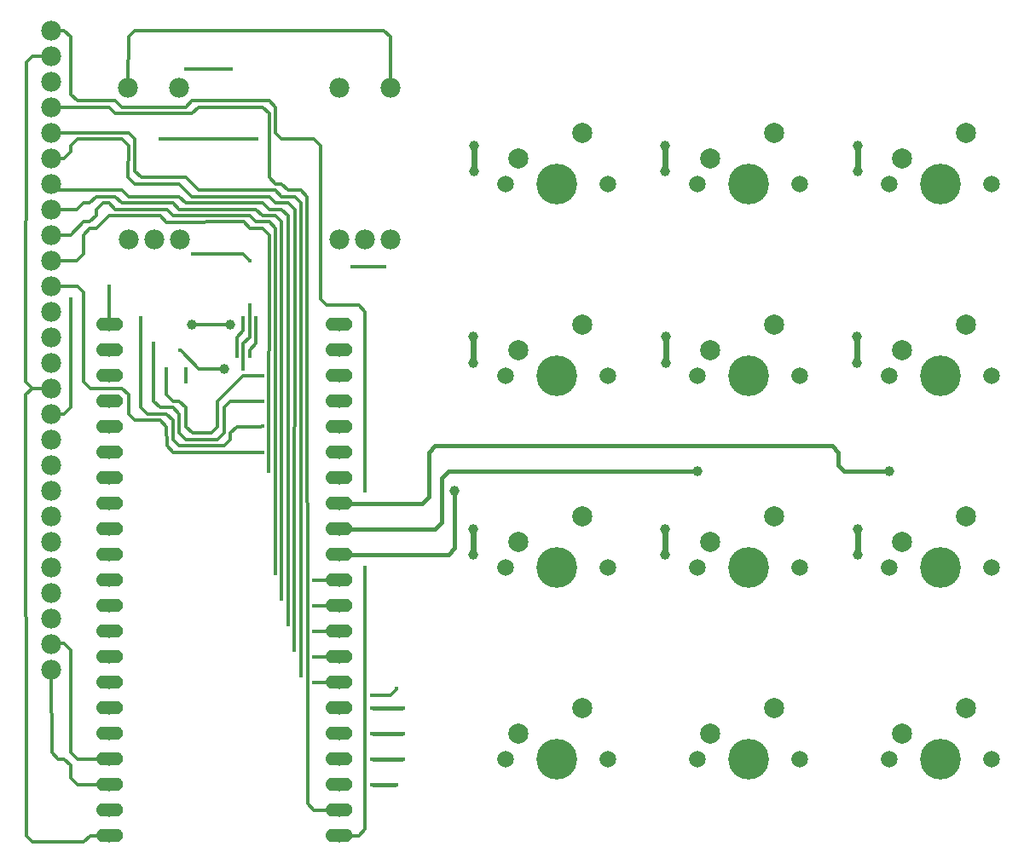
<source format=gbl>
G04 MADE WITH FRITZING*
G04 WWW.FRITZING.ORG*
G04 DOUBLE SIDED*
G04 HOLES PLATED*
G04 CONTOUR ON CENTER OF CONTOUR VECTOR*
%ASAXBY*%
%FSLAX23Y23*%
%MOIN*%
%OFA0B0*%
%SFA1.0B1.0*%
%ADD10C,0.078000*%
%ADD11C,0.015748*%
%ADD12C,0.039370*%
%ADD13C,0.052000*%
%ADD14C,0.078639*%
%ADD15C,0.158908*%
%ADD16C,0.065278*%
%ADD17C,0.012000*%
%ADD18C,0.016000*%
%ADD19C,0.024000*%
%ADD20R,0.001000X0.001000*%
%LNCOPPER0*%
G90*
G70*
G54D10*
X596Y2979D03*
X796Y2979D03*
X797Y2385D03*
X697Y2385D03*
X597Y2385D03*
X1421Y2979D03*
X1621Y2979D03*
X1622Y2385D03*
X1522Y2385D03*
X1422Y2385D03*
G54D11*
X722Y2778D03*
X1097Y2778D03*
X797Y1954D03*
X646Y2079D03*
X696Y1978D03*
X746Y1878D03*
X1146Y1478D03*
X1122Y1553D03*
X1122Y1655D03*
X1122Y1754D03*
X1122Y1853D03*
X1646Y628D03*
X1547Y604D03*
X1646Y254D03*
X1547Y254D03*
X1672Y353D03*
X1547Y353D03*
X1672Y454D03*
X1547Y454D03*
X1547Y554D03*
X1672Y554D03*
X1321Y653D03*
X1271Y679D03*
X1321Y753D03*
X1246Y779D03*
X1321Y854D03*
X1222Y878D03*
X1321Y954D03*
X1196Y978D03*
X1321Y1054D03*
X1172Y1079D03*
X1521Y1103D03*
X1521Y1404D03*
X821Y3054D03*
X997Y3054D03*
X821Y1829D03*
X822Y1879D03*
X1472Y2278D03*
X1597Y2279D03*
X1046Y2079D03*
X1071Y2129D03*
X1096Y2079D03*
X1021Y1929D03*
X1046Y1879D03*
X1071Y1929D03*
X1072Y2304D03*
X847Y2328D03*
X372Y2153D03*
X522Y2203D03*
G54D10*
X296Y704D03*
X296Y804D03*
X296Y904D03*
X296Y1004D03*
X296Y1104D03*
X296Y1204D03*
X296Y1304D03*
X296Y1404D03*
X296Y1504D03*
X296Y1604D03*
X296Y1704D03*
X296Y1804D03*
X296Y1904D03*
X296Y2004D03*
X296Y2104D03*
X296Y2204D03*
X296Y2304D03*
X296Y2404D03*
X296Y2504D03*
X296Y2604D03*
X296Y2704D03*
X296Y2804D03*
X296Y2904D03*
X296Y3004D03*
X296Y3104D03*
X296Y3204D03*
G54D12*
X1947Y2754D03*
X1948Y2652D03*
X2695Y2652D03*
X2695Y2754D03*
X3447Y2654D03*
X3447Y2754D03*
X1946Y1903D03*
X2697Y1903D03*
X3446Y1903D03*
X3446Y2005D03*
X2697Y2005D03*
X1946Y2005D03*
X3448Y1254D03*
X3448Y1153D03*
X2695Y1254D03*
X2695Y1153D03*
X1946Y1254D03*
X1946Y1153D03*
X2822Y1479D03*
X3572Y1479D03*
G54D13*
X521Y2054D03*
X521Y1954D03*
X521Y1854D03*
X521Y1754D03*
X521Y1654D03*
X521Y1554D03*
X521Y1454D03*
X521Y1354D03*
X521Y1254D03*
X521Y1154D03*
X521Y1054D03*
X521Y954D03*
X521Y854D03*
X521Y754D03*
X521Y654D03*
X521Y554D03*
X521Y454D03*
X521Y354D03*
X521Y254D03*
X521Y154D03*
X521Y54D03*
X1421Y54D03*
X1421Y154D03*
X1421Y254D03*
X1421Y354D03*
X1421Y454D03*
X1421Y554D03*
X1421Y654D03*
X1421Y754D03*
X1421Y854D03*
X1421Y954D03*
X1421Y1054D03*
X1421Y1154D03*
X1421Y1254D03*
X1421Y1354D03*
X1421Y1454D03*
X1421Y1554D03*
X1421Y1654D03*
X1421Y1754D03*
X1421Y1854D03*
X1421Y1954D03*
X1421Y2054D03*
G54D14*
X2121Y2704D03*
X2371Y2804D03*
G54D15*
X2271Y2604D03*
G54D16*
X2071Y2604D03*
X2471Y2604D03*
G54D14*
X2871Y2704D03*
X3121Y2804D03*
G54D15*
X3021Y2604D03*
G54D16*
X2821Y2604D03*
X3221Y2604D03*
G54D14*
X3621Y2704D03*
X3871Y2804D03*
G54D15*
X3771Y2604D03*
G54D16*
X3571Y2604D03*
X3971Y2604D03*
G54D14*
X2121Y1954D03*
X2371Y2054D03*
G54D15*
X2271Y1854D03*
G54D16*
X2071Y1854D03*
X2471Y1854D03*
G54D14*
X2871Y1954D03*
X3121Y2054D03*
G54D15*
X3021Y1854D03*
G54D16*
X2821Y1854D03*
X3221Y1854D03*
G54D14*
X3621Y1954D03*
X3871Y2054D03*
G54D15*
X3771Y1854D03*
G54D16*
X3571Y1854D03*
X3971Y1854D03*
G54D14*
X2121Y1204D03*
X2371Y1304D03*
G54D15*
X2271Y1104D03*
G54D16*
X2071Y1104D03*
X2471Y1104D03*
G54D14*
X2871Y1204D03*
X3121Y1304D03*
G54D15*
X3021Y1104D03*
G54D16*
X2821Y1104D03*
X3221Y1104D03*
G54D14*
X3621Y1204D03*
X3871Y1304D03*
G54D15*
X3771Y1104D03*
G54D16*
X3571Y1104D03*
X3971Y1104D03*
G54D14*
X2121Y454D03*
X2371Y554D03*
G54D15*
X2271Y354D03*
G54D16*
X2071Y354D03*
X2471Y354D03*
G54D14*
X2871Y454D03*
X3121Y554D03*
G54D15*
X3021Y354D03*
G54D16*
X2821Y354D03*
X3221Y354D03*
G54D14*
X3621Y454D03*
X3871Y554D03*
G54D15*
X3771Y354D03*
G54D16*
X3571Y354D03*
X3971Y354D03*
G54D12*
X996Y2054D03*
X846Y2054D03*
X971Y1879D03*
X1871Y1403D03*
G54D17*
X346Y805D02*
X315Y804D01*
D02*
X397Y354D02*
X370Y379D01*
D02*
X370Y379D02*
X370Y778D01*
D02*
X370Y778D02*
X346Y805D01*
D02*
X502Y354D02*
X397Y354D01*
D02*
X297Y379D02*
X296Y685D01*
D02*
X397Y254D02*
X370Y278D01*
D02*
X370Y278D02*
X370Y330D01*
D02*
X370Y330D02*
X346Y354D01*
D02*
X346Y354D02*
X321Y354D01*
D02*
X321Y354D02*
X297Y379D01*
D02*
X502Y254D02*
X397Y254D01*
D02*
X1089Y2778D02*
X729Y2778D01*
D02*
X872Y2904D02*
X1121Y2904D01*
D02*
X846Y2878D02*
X872Y2904D01*
D02*
X546Y2878D02*
X846Y2878D01*
D02*
X521Y2904D02*
X546Y2878D01*
D02*
X1121Y2904D02*
X1147Y2879D01*
D02*
X1147Y2879D02*
X1147Y2629D01*
D02*
X315Y2904D02*
X521Y2904D01*
D02*
X1221Y2578D02*
X1272Y2578D01*
D02*
X1196Y2603D02*
X1221Y2578D01*
D02*
X1297Y179D02*
X1321Y153D01*
D02*
X1296Y2554D02*
X1297Y179D01*
D02*
X1272Y2578D02*
X1296Y2554D01*
D02*
X1172Y2604D02*
X1196Y2603D01*
D02*
X1147Y2629D02*
X1172Y2604D01*
D02*
X1321Y153D02*
X1402Y154D01*
D02*
X597Y2803D02*
X621Y2778D01*
D02*
X315Y2804D02*
X597Y2803D01*
D02*
X621Y2778D02*
X621Y2653D01*
D02*
X1196Y2554D02*
X1247Y2554D01*
D02*
X1172Y2578D02*
X1196Y2554D01*
D02*
X1329Y653D02*
X1402Y654D01*
D02*
X1272Y2529D02*
X1271Y687D01*
D02*
X1247Y2554D02*
X1272Y2529D01*
D02*
X871Y2579D02*
X1172Y2578D01*
D02*
X821Y2629D02*
X871Y2579D01*
D02*
X647Y2629D02*
X821Y2629D01*
D02*
X621Y2653D02*
X647Y2629D01*
D02*
X597Y2753D02*
X596Y2629D01*
D02*
X1172Y2529D02*
X1221Y2529D01*
D02*
X1147Y2554D02*
X1172Y2529D01*
D02*
X1329Y753D02*
X1402Y754D01*
D02*
X1247Y2504D02*
X1246Y787D01*
D02*
X1221Y2529D02*
X1247Y2504D01*
D02*
X846Y2554D02*
X1147Y2554D01*
D02*
X796Y2604D02*
X846Y2554D01*
D02*
X622Y2604D02*
X796Y2604D01*
D02*
X596Y2629D02*
X622Y2604D01*
D02*
X572Y2778D02*
X597Y2753D01*
D02*
X397Y2778D02*
X572Y2778D01*
D02*
X372Y2753D02*
X397Y2778D01*
D02*
X372Y2729D02*
X372Y2753D01*
D02*
X346Y2704D02*
X372Y2729D01*
D02*
X315Y2704D02*
X346Y2704D01*
D02*
X1121Y2529D02*
X1147Y2504D01*
D02*
X1147Y2504D02*
X1196Y2504D01*
D02*
X1329Y854D02*
X1402Y854D01*
D02*
X1221Y2478D02*
X1222Y886D01*
D02*
X1196Y2504D02*
X1221Y2478D01*
D02*
X821Y2529D02*
X1121Y2529D01*
D02*
X796Y2554D02*
X821Y2529D01*
D02*
X597Y2554D02*
X796Y2554D01*
D02*
X321Y2578D02*
X571Y2578D01*
D02*
X571Y2578D02*
X597Y2554D01*
D02*
X309Y2590D02*
X321Y2578D01*
D02*
X1121Y2478D02*
X1172Y2478D01*
D02*
X1096Y2504D02*
X1121Y2478D01*
D02*
X396Y2503D02*
X421Y2529D01*
D02*
X1329Y954D02*
X1402Y954D01*
D02*
X1196Y2455D02*
X1196Y986D01*
D02*
X1172Y2478D02*
X1196Y2455D01*
D02*
X796Y2504D02*
X1096Y2503D01*
D02*
X771Y2529D02*
X796Y2504D01*
D02*
X571Y2529D02*
X771Y2529D01*
D02*
X546Y2554D02*
X571Y2529D01*
D02*
X471Y2554D02*
X546Y2554D01*
D02*
X446Y2529D02*
X471Y2554D01*
D02*
X421Y2529D02*
X446Y2529D01*
D02*
X315Y2504D02*
X396Y2503D01*
D02*
X1096Y2455D02*
X1147Y2455D01*
D02*
X1070Y2478D02*
X1096Y2455D01*
D02*
X1329Y1054D02*
X1402Y1054D01*
D02*
X1172Y2429D02*
X1172Y1087D01*
D02*
X1147Y2455D02*
X1172Y2429D01*
D02*
X771Y2479D02*
X1070Y2478D01*
D02*
X747Y2504D02*
X771Y2479D01*
D02*
X546Y2504D02*
X747Y2504D01*
D02*
X522Y2529D02*
X546Y2504D01*
D02*
X497Y2529D02*
X522Y2529D01*
D02*
X471Y2504D02*
X497Y2529D01*
D02*
X471Y2478D02*
X471Y2503D01*
D02*
X446Y2455D02*
X471Y2478D01*
D02*
X422Y2455D02*
X446Y2455D01*
D02*
X371Y2403D02*
X422Y2455D01*
D02*
X315Y2404D02*
X371Y2403D01*
D02*
X1046Y1854D02*
X1114Y1854D01*
D02*
X946Y1754D02*
X1046Y1854D01*
D02*
X946Y1653D02*
X946Y1754D01*
D02*
X922Y1628D02*
X946Y1653D01*
D02*
X847Y1628D02*
X922Y1628D01*
D02*
X771Y1754D02*
X796Y1754D01*
D02*
X746Y1871D02*
X746Y1779D01*
D02*
X746Y1779D02*
X771Y1754D01*
D02*
X796Y1754D02*
X822Y1729D01*
D02*
X822Y1729D02*
X822Y1653D01*
D02*
X822Y1653D02*
X847Y1628D01*
D02*
X996Y1754D02*
X1114Y1754D01*
D02*
X971Y1729D02*
X996Y1754D01*
D02*
X971Y1628D02*
X971Y1729D01*
D02*
X946Y1603D02*
X971Y1628D01*
D02*
X696Y1970D02*
X696Y1754D01*
D02*
X721Y1729D02*
X771Y1729D01*
D02*
X696Y1754D02*
X721Y1729D01*
D02*
X771Y1729D02*
X796Y1704D01*
D02*
X796Y1704D02*
X796Y1628D01*
D02*
X796Y1628D02*
X822Y1603D01*
D02*
X822Y1603D02*
X946Y1603D01*
D02*
X971Y1578D02*
X996Y1603D01*
D02*
X996Y1603D02*
X996Y1628D01*
D02*
X996Y1628D02*
X1021Y1653D01*
D02*
X1021Y1653D02*
X1114Y1654D01*
D02*
X646Y2071D02*
X646Y1729D01*
D02*
X646Y1729D02*
X671Y1704D01*
D02*
X671Y1704D02*
X746Y1704D01*
D02*
X746Y1704D02*
X771Y1679D01*
D02*
X771Y1679D02*
X771Y1603D01*
D02*
X771Y1603D02*
X796Y1578D01*
D02*
X796Y1578D02*
X971Y1578D01*
D02*
X1070Y2429D02*
X1121Y2429D01*
D02*
X1047Y2455D02*
X1070Y2429D01*
D02*
X396Y2304D02*
X421Y2328D01*
D02*
X1147Y2404D02*
X1146Y1486D01*
D02*
X1121Y2429D02*
X1147Y2404D01*
D02*
X746Y2454D02*
X1047Y2455D01*
D02*
X522Y2478D02*
X722Y2478D01*
D02*
X497Y2455D02*
X522Y2478D01*
D02*
X471Y2429D02*
X497Y2455D01*
D02*
X722Y2478D02*
X746Y2454D01*
D02*
X446Y2429D02*
X471Y2429D01*
D02*
X422Y2404D02*
X446Y2429D01*
D02*
X421Y2328D02*
X422Y2404D01*
D02*
X315Y2304D02*
X396Y2304D01*
D02*
X746Y1653D02*
X747Y1579D01*
D02*
X572Y1804D02*
X597Y1779D01*
D02*
X447Y1804D02*
X572Y1804D01*
D02*
X422Y2178D02*
X422Y1829D01*
D02*
X397Y2203D02*
X422Y2178D01*
D02*
X422Y1829D02*
X447Y1804D01*
D02*
X315Y2204D02*
X397Y2203D01*
D02*
X597Y1779D02*
X597Y1704D01*
D02*
X597Y1704D02*
X621Y1679D01*
D02*
X621Y1679D02*
X721Y1679D01*
D02*
X721Y1679D02*
X746Y1653D01*
D02*
X747Y1579D02*
X772Y1554D01*
D02*
X772Y1554D02*
X1114Y1553D01*
D02*
X1521Y1095D02*
X1521Y79D01*
D02*
X1521Y2104D02*
X1521Y1412D01*
D02*
X1497Y2129D02*
X1521Y2104D01*
D02*
X1372Y2129D02*
X1497Y2129D01*
D02*
X1347Y2154D02*
X1372Y2129D01*
D02*
X1347Y2754D02*
X1347Y2154D01*
D02*
X1321Y2780D02*
X1347Y2754D01*
D02*
X1196Y2780D02*
X1321Y2780D01*
D02*
X1172Y2803D02*
X1196Y2780D01*
D02*
X1172Y2904D02*
X1172Y2803D01*
D02*
X1521Y79D02*
X1497Y53D01*
D02*
X1147Y2930D02*
X1172Y2904D01*
D02*
X1497Y53D02*
X1440Y54D01*
D02*
X572Y2904D02*
X821Y2904D01*
D02*
X821Y2904D02*
X846Y2929D01*
D02*
X846Y2929D02*
X1147Y2930D01*
D02*
X546Y2929D02*
X572Y2904D01*
D02*
X346Y3204D02*
X371Y3178D01*
D02*
X397Y2930D02*
X546Y2929D01*
D02*
X371Y2953D02*
X397Y2930D01*
D02*
X371Y3178D02*
X371Y2953D01*
D02*
X315Y3204D02*
X346Y3204D01*
D02*
X196Y1828D02*
X197Y3079D01*
D02*
X221Y1804D02*
X196Y1828D01*
D02*
X221Y3103D02*
X277Y3104D01*
D02*
X197Y3079D02*
X221Y3103D01*
D02*
X221Y1804D02*
X196Y1778D01*
D02*
X277Y1804D02*
X221Y1804D01*
D02*
X196Y1778D02*
X197Y54D01*
D02*
X197Y54D02*
X222Y29D01*
D02*
X222Y29D02*
X422Y29D01*
D02*
X422Y29D02*
X447Y54D01*
D02*
X447Y54D02*
X502Y54D01*
D02*
X1555Y603D02*
X1621Y603D01*
D02*
X1621Y603D02*
X1641Y623D01*
G54D18*
D02*
X1638Y254D02*
X1555Y254D01*
D02*
X1664Y353D02*
X1555Y353D01*
D02*
X1664Y454D02*
X1555Y454D01*
D02*
X1664Y554D02*
X1555Y554D01*
G54D17*
D02*
X828Y3054D02*
X989Y3054D01*
D02*
X822Y1871D02*
X821Y1837D01*
D02*
X1589Y2279D02*
X1479Y2278D01*
D02*
X1021Y2004D02*
X1021Y1937D01*
D02*
X1046Y2028D02*
X1021Y2004D01*
D02*
X1046Y2071D02*
X1046Y2028D01*
D02*
X1046Y1979D02*
X1046Y1887D01*
D02*
X1072Y2004D02*
X1046Y1979D01*
D02*
X1071Y2121D02*
X1072Y2004D01*
D02*
X1096Y1979D02*
X1072Y1953D01*
D02*
X1072Y1953D02*
X1072Y1937D01*
D02*
X1096Y2071D02*
X1096Y1979D01*
D02*
X1046Y2328D02*
X1066Y2309D01*
D02*
X855Y2328D02*
X1046Y2328D01*
D02*
X1596Y3204D02*
X622Y3204D01*
D02*
X622Y3204D02*
X597Y3179D01*
D02*
X1621Y3179D02*
X1596Y3204D01*
D02*
X597Y3179D02*
X596Y2998D01*
D02*
X1621Y2998D02*
X1621Y3179D01*
D02*
X315Y1704D02*
X346Y1704D01*
D02*
X346Y1704D02*
X372Y1728D01*
D02*
X372Y1728D02*
X372Y2145D01*
D02*
X522Y2195D02*
X521Y2073D01*
G54D19*
D02*
X1948Y2660D02*
X1947Y2746D01*
D02*
X2695Y2660D02*
X2695Y2746D01*
D02*
X3447Y2662D02*
X3447Y2746D01*
D02*
X3446Y1997D02*
X3446Y1911D01*
D02*
X2697Y1997D02*
X2697Y1911D01*
D02*
X1946Y1997D02*
X1946Y1911D01*
D02*
X1946Y1246D02*
X1946Y1161D01*
D02*
X2695Y1246D02*
X2695Y1161D01*
D02*
X3448Y1246D02*
X3448Y1161D01*
G54D18*
D02*
X1796Y1254D02*
X1440Y1254D01*
D02*
X1821Y1278D02*
X1796Y1254D01*
D02*
X1821Y1453D02*
X1821Y1278D01*
D02*
X1847Y1479D02*
X1821Y1453D01*
D02*
X2814Y1479D02*
X1847Y1479D01*
D02*
X3564Y1479D02*
X3396Y1478D01*
D02*
X3396Y1478D02*
X3371Y1504D01*
D02*
X3371Y1504D02*
X3371Y1553D01*
D02*
X3371Y1553D02*
X3347Y1579D01*
D02*
X1796Y1579D02*
X1772Y1554D01*
D02*
X1772Y1554D02*
X1772Y1379D01*
D02*
X1772Y1379D02*
X1746Y1354D01*
D02*
X1746Y1354D02*
X1440Y1354D01*
D02*
X3347Y1579D02*
X1796Y1579D01*
G54D17*
D02*
X989Y2054D02*
X854Y2054D01*
D02*
X871Y1878D02*
X803Y1948D01*
D02*
X964Y1879D02*
X871Y1878D01*
G54D18*
D02*
X1871Y1396D02*
X1871Y1178D01*
D02*
X1871Y1178D02*
X1847Y1154D01*
D02*
X1847Y1154D02*
X1440Y1154D01*
G54D20*
X496Y2080D02*
X551Y2080D01*
X1392Y2080D02*
X1448Y2080D01*
X490Y2079D02*
X556Y2079D01*
X1387Y2079D02*
X1453Y2079D01*
X488Y2078D02*
X559Y2078D01*
X1385Y2078D02*
X1456Y2078D01*
X486Y2077D02*
X561Y2077D01*
X1383Y2077D02*
X1458Y2077D01*
X484Y2076D02*
X563Y2076D01*
X1381Y2076D02*
X1460Y2076D01*
X483Y2075D02*
X564Y2075D01*
X1379Y2075D02*
X1461Y2075D01*
X481Y2074D02*
X565Y2074D01*
X1378Y2074D02*
X1462Y2074D01*
X480Y2073D02*
X567Y2073D01*
X1377Y2073D02*
X1464Y2073D01*
X479Y2072D02*
X568Y2072D01*
X1376Y2072D02*
X1465Y2072D01*
X478Y2071D02*
X569Y2071D01*
X1375Y2071D02*
X1465Y2071D01*
X478Y2070D02*
X522Y2070D01*
X526Y2070D02*
X569Y2070D01*
X1374Y2070D02*
X1418Y2070D01*
X1422Y2070D02*
X1466Y2070D01*
X477Y2069D02*
X518Y2069D01*
X531Y2069D02*
X570Y2069D01*
X1374Y2069D02*
X1414Y2069D01*
X1427Y2069D02*
X1467Y2069D01*
X476Y2068D02*
X516Y2068D01*
X533Y2068D02*
X571Y2068D01*
X1373Y2068D02*
X1412Y2068D01*
X1429Y2068D02*
X1468Y2068D01*
X476Y2067D02*
X514Y2067D01*
X534Y2067D02*
X571Y2067D01*
X1372Y2067D02*
X1410Y2067D01*
X1430Y2067D02*
X1468Y2067D01*
X475Y2066D02*
X513Y2066D01*
X535Y2066D02*
X572Y2066D01*
X1372Y2066D02*
X1409Y2066D01*
X1431Y2066D02*
X1469Y2066D01*
X474Y2065D02*
X512Y2065D01*
X536Y2065D02*
X572Y2065D01*
X1371Y2065D02*
X1408Y2065D01*
X1432Y2065D02*
X1469Y2065D01*
X474Y2064D02*
X511Y2064D01*
X537Y2064D02*
X573Y2064D01*
X1371Y2064D02*
X1407Y2064D01*
X1433Y2064D02*
X1470Y2064D01*
X474Y2063D02*
X510Y2063D01*
X538Y2063D02*
X573Y2063D01*
X1370Y2063D02*
X1406Y2063D01*
X1434Y2063D02*
X1470Y2063D01*
X473Y2062D02*
X510Y2062D01*
X539Y2062D02*
X574Y2062D01*
X1370Y2062D02*
X1406Y2062D01*
X1435Y2062D02*
X1471Y2062D01*
X473Y2061D02*
X509Y2061D01*
X539Y2061D02*
X574Y2061D01*
X1370Y2061D02*
X1405Y2061D01*
X1435Y2061D02*
X1471Y2061D01*
X473Y2060D02*
X509Y2060D01*
X540Y2060D02*
X574Y2060D01*
X1370Y2060D02*
X1405Y2060D01*
X1436Y2060D02*
X1471Y2060D01*
X472Y2059D02*
X509Y2059D01*
X540Y2059D02*
X574Y2059D01*
X1369Y2059D02*
X1405Y2059D01*
X1436Y2059D02*
X1471Y2059D01*
X472Y2058D02*
X508Y2058D01*
X540Y2058D02*
X575Y2058D01*
X1369Y2058D02*
X1404Y2058D01*
X1436Y2058D02*
X1471Y2058D01*
X472Y2057D02*
X508Y2057D01*
X540Y2057D02*
X575Y2057D01*
X1369Y2057D02*
X1404Y2057D01*
X1436Y2057D02*
X1472Y2057D01*
X472Y2056D02*
X508Y2056D01*
X541Y2056D02*
X575Y2056D01*
X1369Y2056D02*
X1404Y2056D01*
X1437Y2056D02*
X1472Y2056D01*
X472Y2055D02*
X508Y2055D01*
X541Y2055D02*
X575Y2055D01*
X1369Y2055D02*
X1404Y2055D01*
X1437Y2055D02*
X1472Y2055D01*
X472Y2054D02*
X508Y2054D01*
X541Y2054D02*
X575Y2054D01*
X1369Y2054D02*
X1404Y2054D01*
X1437Y2054D02*
X1472Y2054D01*
X472Y2053D02*
X508Y2053D01*
X541Y2053D02*
X575Y2053D01*
X1369Y2053D02*
X1404Y2053D01*
X1437Y2053D02*
X1472Y2053D01*
X472Y2052D02*
X508Y2052D01*
X540Y2052D02*
X575Y2052D01*
X1369Y2052D02*
X1404Y2052D01*
X1437Y2052D02*
X1472Y2052D01*
X472Y2051D02*
X508Y2051D01*
X540Y2051D02*
X575Y2051D01*
X1369Y2051D02*
X1404Y2051D01*
X1436Y2051D02*
X1472Y2051D01*
X472Y2050D02*
X508Y2050D01*
X540Y2050D02*
X575Y2050D01*
X1369Y2050D02*
X1404Y2050D01*
X1436Y2050D02*
X1471Y2050D01*
X473Y2049D02*
X509Y2049D01*
X540Y2049D02*
X574Y2049D01*
X1369Y2049D02*
X1405Y2049D01*
X1436Y2049D02*
X1471Y2049D01*
X473Y2048D02*
X509Y2048D01*
X539Y2048D02*
X574Y2048D01*
X1370Y2048D02*
X1405Y2048D01*
X1436Y2048D02*
X1471Y2048D01*
X473Y2047D02*
X509Y2047D01*
X539Y2047D02*
X574Y2047D01*
X1370Y2047D02*
X1406Y2047D01*
X1435Y2047D02*
X1471Y2047D01*
X473Y2046D02*
X510Y2046D01*
X538Y2046D02*
X574Y2046D01*
X1370Y2046D02*
X1406Y2046D01*
X1434Y2046D02*
X1470Y2046D01*
X474Y2045D02*
X511Y2045D01*
X538Y2045D02*
X573Y2045D01*
X1371Y2045D02*
X1407Y2045D01*
X1434Y2045D02*
X1470Y2045D01*
X474Y2044D02*
X511Y2044D01*
X537Y2044D02*
X573Y2044D01*
X1371Y2044D02*
X1408Y2044D01*
X1433Y2044D02*
X1470Y2044D01*
X475Y2043D02*
X512Y2043D01*
X536Y2043D02*
X572Y2043D01*
X1371Y2043D02*
X1408Y2043D01*
X1432Y2043D02*
X1469Y2043D01*
X475Y2042D02*
X513Y2042D01*
X535Y2042D02*
X572Y2042D01*
X1372Y2042D02*
X1410Y2042D01*
X1431Y2042D02*
X1469Y2042D01*
X476Y2041D02*
X515Y2041D01*
X534Y2041D02*
X571Y2041D01*
X1373Y2041D02*
X1411Y2041D01*
X1430Y2041D02*
X1468Y2041D01*
X476Y2040D02*
X516Y2040D01*
X532Y2040D02*
X571Y2040D01*
X1373Y2040D02*
X1413Y2040D01*
X1428Y2040D02*
X1468Y2040D01*
X477Y2039D02*
X519Y2039D01*
X529Y2039D02*
X570Y2039D01*
X1374Y2039D02*
X1415Y2039D01*
X1426Y2039D02*
X1467Y2039D01*
X478Y2038D02*
X569Y2038D01*
X1375Y2038D02*
X1466Y2038D01*
X479Y2037D02*
X568Y2037D01*
X1375Y2037D02*
X1465Y2037D01*
X479Y2036D02*
X568Y2036D01*
X1376Y2036D02*
X1464Y2036D01*
X480Y2035D02*
X566Y2035D01*
X1377Y2035D02*
X1463Y2035D01*
X482Y2034D02*
X565Y2034D01*
X1379Y2034D02*
X1462Y2034D01*
X483Y2033D02*
X564Y2033D01*
X1380Y2033D02*
X1461Y2033D01*
X484Y2032D02*
X562Y2032D01*
X1381Y2032D02*
X1459Y2032D01*
X486Y2031D02*
X561Y2031D01*
X1383Y2031D02*
X1457Y2031D01*
X488Y2030D02*
X559Y2030D01*
X1385Y2030D02*
X1455Y2030D01*
X491Y2029D02*
X555Y2029D01*
X1388Y2029D02*
X1452Y2029D01*
X495Y1980D02*
X551Y1980D01*
X1392Y1980D02*
X1448Y1980D01*
X490Y1979D02*
X556Y1979D01*
X1387Y1979D02*
X1453Y1979D01*
X488Y1978D02*
X559Y1978D01*
X1385Y1978D02*
X1456Y1978D01*
X486Y1977D02*
X561Y1977D01*
X1383Y1977D02*
X1458Y1977D01*
X484Y1976D02*
X563Y1976D01*
X1381Y1976D02*
X1460Y1976D01*
X483Y1975D02*
X564Y1975D01*
X1379Y1975D02*
X1461Y1975D01*
X481Y1974D02*
X565Y1974D01*
X1378Y1974D02*
X1462Y1974D01*
X480Y1973D02*
X567Y1973D01*
X1377Y1973D02*
X1464Y1973D01*
X479Y1972D02*
X568Y1972D01*
X1376Y1972D02*
X1465Y1972D01*
X478Y1971D02*
X568Y1971D01*
X1375Y1971D02*
X1465Y1971D01*
X477Y1970D02*
X521Y1970D01*
X527Y1970D02*
X569Y1970D01*
X1374Y1970D02*
X1417Y1970D01*
X1423Y1970D02*
X1466Y1970D01*
X477Y1969D02*
X517Y1969D01*
X531Y1969D02*
X570Y1969D01*
X1374Y1969D02*
X1414Y1969D01*
X1427Y1969D02*
X1467Y1969D01*
X476Y1968D02*
X515Y1968D01*
X533Y1968D02*
X571Y1968D01*
X1373Y1968D02*
X1412Y1968D01*
X1429Y1968D02*
X1468Y1968D01*
X475Y1967D02*
X514Y1967D01*
X534Y1967D02*
X571Y1967D01*
X1372Y1967D02*
X1410Y1967D01*
X1431Y1967D02*
X1468Y1967D01*
X475Y1966D02*
X513Y1966D01*
X536Y1966D02*
X572Y1966D01*
X1372Y1966D02*
X1409Y1966D01*
X1432Y1966D02*
X1469Y1966D01*
X474Y1965D02*
X512Y1965D01*
X537Y1965D02*
X572Y1965D01*
X1371Y1965D02*
X1408Y1965D01*
X1433Y1965D02*
X1469Y1965D01*
X474Y1964D02*
X511Y1964D01*
X537Y1964D02*
X573Y1964D01*
X1371Y1964D02*
X1407Y1964D01*
X1434Y1964D02*
X1470Y1964D01*
X473Y1963D02*
X510Y1963D01*
X538Y1963D02*
X573Y1963D01*
X1370Y1963D02*
X1406Y1963D01*
X1434Y1963D02*
X1470Y1963D01*
X473Y1962D02*
X509Y1962D01*
X539Y1962D02*
X574Y1962D01*
X1370Y1962D02*
X1406Y1962D01*
X1435Y1962D02*
X1471Y1962D01*
X473Y1961D02*
X509Y1961D01*
X539Y1961D02*
X574Y1961D01*
X1370Y1961D02*
X1405Y1961D01*
X1435Y1961D02*
X1471Y1961D01*
X473Y1960D02*
X509Y1960D01*
X540Y1960D02*
X574Y1960D01*
X1370Y1960D02*
X1405Y1960D01*
X1436Y1960D02*
X1471Y1960D01*
X472Y1959D02*
X508Y1959D01*
X540Y1959D02*
X574Y1959D01*
X1369Y1959D02*
X1404Y1959D01*
X1436Y1959D02*
X1471Y1959D01*
X472Y1958D02*
X508Y1958D01*
X540Y1958D02*
X575Y1958D01*
X1369Y1958D02*
X1404Y1958D01*
X1436Y1958D02*
X1471Y1958D01*
X472Y1957D02*
X508Y1957D01*
X541Y1957D02*
X575Y1957D01*
X1369Y1957D02*
X1404Y1957D01*
X1437Y1957D02*
X1472Y1957D01*
X472Y1956D02*
X508Y1956D01*
X541Y1956D02*
X575Y1956D01*
X1369Y1956D02*
X1404Y1956D01*
X1437Y1956D02*
X1472Y1956D01*
X472Y1955D02*
X507Y1955D01*
X541Y1955D02*
X575Y1955D01*
X1369Y1955D02*
X1404Y1955D01*
X1437Y1955D02*
X1472Y1955D01*
X472Y1954D02*
X507Y1954D01*
X541Y1954D02*
X575Y1954D01*
X1369Y1954D02*
X1404Y1954D01*
X1437Y1954D02*
X1472Y1954D01*
X472Y1953D02*
X508Y1953D01*
X541Y1953D02*
X575Y1953D01*
X1369Y1953D02*
X1404Y1953D01*
X1437Y1953D02*
X1472Y1953D01*
X472Y1952D02*
X508Y1952D01*
X541Y1952D02*
X575Y1952D01*
X1369Y1952D02*
X1404Y1952D01*
X1437Y1952D02*
X1472Y1952D01*
X472Y1951D02*
X508Y1951D01*
X540Y1951D02*
X575Y1951D01*
X1369Y1951D02*
X1404Y1951D01*
X1437Y1951D02*
X1472Y1951D01*
X472Y1950D02*
X508Y1950D01*
X540Y1950D02*
X574Y1950D01*
X1369Y1950D02*
X1404Y1950D01*
X1436Y1950D02*
X1471Y1950D01*
X472Y1949D02*
X508Y1949D01*
X540Y1949D02*
X574Y1949D01*
X1369Y1949D02*
X1405Y1949D01*
X1436Y1949D02*
X1471Y1949D01*
X473Y1948D02*
X509Y1948D01*
X540Y1948D02*
X574Y1948D01*
X1370Y1948D02*
X1405Y1948D01*
X1436Y1948D02*
X1471Y1948D01*
X473Y1947D02*
X509Y1947D01*
X539Y1947D02*
X574Y1947D01*
X1370Y1947D02*
X1405Y1947D01*
X1435Y1947D02*
X1471Y1947D01*
X473Y1946D02*
X510Y1946D01*
X539Y1946D02*
X574Y1946D01*
X1370Y1946D02*
X1406Y1946D01*
X1435Y1946D02*
X1470Y1946D01*
X474Y1945D02*
X510Y1945D01*
X538Y1945D02*
X573Y1945D01*
X1371Y1945D02*
X1407Y1945D01*
X1434Y1945D02*
X1470Y1945D01*
X474Y1944D02*
X511Y1944D01*
X537Y1944D02*
X573Y1944D01*
X1371Y1944D02*
X1407Y1944D01*
X1433Y1944D02*
X1470Y1944D01*
X474Y1943D02*
X512Y1943D01*
X536Y1943D02*
X572Y1943D01*
X1371Y1943D02*
X1408Y1943D01*
X1432Y1943D02*
X1469Y1943D01*
X475Y1942D02*
X513Y1942D01*
X535Y1942D02*
X572Y1942D01*
X1372Y1942D02*
X1409Y1942D01*
X1431Y1942D02*
X1469Y1942D01*
X476Y1941D02*
X514Y1941D01*
X534Y1941D02*
X571Y1941D01*
X1373Y1941D02*
X1411Y1941D01*
X1430Y1941D02*
X1468Y1941D01*
X476Y1940D02*
X516Y1940D01*
X532Y1940D02*
X571Y1940D01*
X1373Y1940D02*
X1412Y1940D01*
X1428Y1940D02*
X1468Y1940D01*
X477Y1939D02*
X519Y1939D01*
X530Y1939D02*
X570Y1939D01*
X1374Y1939D02*
X1415Y1939D01*
X1426Y1939D02*
X1467Y1939D01*
X478Y1938D02*
X569Y1938D01*
X1375Y1938D02*
X1466Y1938D01*
X478Y1937D02*
X568Y1937D01*
X1375Y1937D02*
X1465Y1937D01*
X479Y1936D02*
X567Y1936D01*
X1376Y1936D02*
X1464Y1936D01*
X480Y1935D02*
X566Y1935D01*
X1377Y1935D02*
X1463Y1935D01*
X482Y1934D02*
X565Y1934D01*
X1379Y1934D02*
X1462Y1934D01*
X483Y1933D02*
X564Y1933D01*
X1380Y1933D02*
X1461Y1933D01*
X484Y1932D02*
X562Y1932D01*
X1381Y1932D02*
X1459Y1932D01*
X486Y1931D02*
X560Y1931D01*
X1383Y1931D02*
X1457Y1931D01*
X488Y1930D02*
X558Y1930D01*
X1385Y1930D02*
X1455Y1930D01*
X491Y1929D02*
X555Y1929D01*
X1388Y1929D02*
X1452Y1929D01*
X495Y1880D02*
X551Y1880D01*
X1392Y1880D02*
X1448Y1880D01*
X490Y1879D02*
X556Y1879D01*
X1387Y1879D02*
X1453Y1879D01*
X488Y1878D02*
X559Y1878D01*
X1385Y1878D02*
X1456Y1878D01*
X486Y1877D02*
X561Y1877D01*
X1383Y1877D02*
X1458Y1877D01*
X484Y1876D02*
X563Y1876D01*
X1381Y1876D02*
X1460Y1876D01*
X482Y1875D02*
X564Y1875D01*
X1379Y1875D02*
X1461Y1875D01*
X481Y1874D02*
X565Y1874D01*
X1378Y1874D02*
X1462Y1874D01*
X480Y1873D02*
X567Y1873D01*
X1377Y1873D02*
X1464Y1873D01*
X479Y1872D02*
X568Y1872D01*
X1376Y1872D02*
X1465Y1872D01*
X478Y1871D02*
X568Y1871D01*
X1375Y1871D02*
X1465Y1871D01*
X477Y1870D02*
X521Y1870D01*
X527Y1870D02*
X569Y1870D01*
X1374Y1870D02*
X1417Y1870D01*
X1423Y1870D02*
X1466Y1870D01*
X477Y1869D02*
X517Y1869D01*
X531Y1869D02*
X570Y1869D01*
X1374Y1869D02*
X1414Y1869D01*
X1427Y1869D02*
X1467Y1869D01*
X476Y1868D02*
X515Y1868D01*
X533Y1868D02*
X571Y1868D01*
X1373Y1868D02*
X1412Y1868D01*
X1429Y1868D02*
X1468Y1868D01*
X475Y1867D02*
X514Y1867D01*
X534Y1867D02*
X571Y1867D01*
X1372Y1867D02*
X1410Y1867D01*
X1431Y1867D02*
X1468Y1867D01*
X475Y1866D02*
X513Y1866D01*
X536Y1866D02*
X572Y1866D01*
X1372Y1866D02*
X1409Y1866D01*
X1432Y1866D02*
X1469Y1866D01*
X474Y1865D02*
X512Y1865D01*
X537Y1865D02*
X572Y1865D01*
X1371Y1865D02*
X1408Y1865D01*
X1433Y1865D02*
X1469Y1865D01*
X474Y1864D02*
X511Y1864D01*
X537Y1864D02*
X573Y1864D01*
X1371Y1864D02*
X1407Y1864D01*
X1434Y1864D02*
X1470Y1864D01*
X473Y1863D02*
X510Y1863D01*
X538Y1863D02*
X573Y1863D01*
X1370Y1863D02*
X1406Y1863D01*
X1434Y1863D02*
X1470Y1863D01*
X473Y1862D02*
X509Y1862D01*
X539Y1862D02*
X574Y1862D01*
X1370Y1862D02*
X1406Y1862D01*
X1435Y1862D02*
X1471Y1862D01*
X473Y1861D02*
X509Y1861D01*
X539Y1861D02*
X574Y1861D01*
X1370Y1861D02*
X1405Y1861D01*
X1435Y1861D02*
X1471Y1861D01*
X473Y1860D02*
X509Y1860D01*
X540Y1860D02*
X574Y1860D01*
X1370Y1860D02*
X1405Y1860D01*
X1436Y1860D02*
X1471Y1860D01*
X472Y1859D02*
X508Y1859D01*
X540Y1859D02*
X574Y1859D01*
X1369Y1859D02*
X1404Y1859D01*
X1436Y1859D02*
X1471Y1859D01*
X472Y1858D02*
X508Y1858D01*
X540Y1858D02*
X575Y1858D01*
X1369Y1858D02*
X1404Y1858D01*
X1436Y1858D02*
X1471Y1858D01*
X472Y1857D02*
X508Y1857D01*
X541Y1857D02*
X575Y1857D01*
X1369Y1857D02*
X1404Y1857D01*
X1437Y1857D02*
X1472Y1857D01*
X472Y1856D02*
X508Y1856D01*
X541Y1856D02*
X575Y1856D01*
X1369Y1856D02*
X1404Y1856D01*
X1437Y1856D02*
X1472Y1856D01*
X472Y1855D02*
X507Y1855D01*
X541Y1855D02*
X575Y1855D01*
X1369Y1855D02*
X1404Y1855D01*
X1437Y1855D02*
X1472Y1855D01*
X472Y1854D02*
X507Y1854D01*
X541Y1854D02*
X575Y1854D01*
X1369Y1854D02*
X1404Y1854D01*
X1437Y1854D02*
X1472Y1854D01*
X472Y1853D02*
X507Y1853D01*
X541Y1853D02*
X575Y1853D01*
X1369Y1853D02*
X1404Y1853D01*
X1437Y1853D02*
X1472Y1853D01*
X472Y1852D02*
X508Y1852D01*
X541Y1852D02*
X575Y1852D01*
X1369Y1852D02*
X1404Y1852D01*
X1437Y1852D02*
X1472Y1852D01*
X472Y1851D02*
X508Y1851D01*
X540Y1851D02*
X575Y1851D01*
X1369Y1851D02*
X1404Y1851D01*
X1437Y1851D02*
X1472Y1851D01*
X472Y1850D02*
X508Y1850D01*
X540Y1850D02*
X574Y1850D01*
X1369Y1850D02*
X1404Y1850D01*
X1436Y1850D02*
X1471Y1850D01*
X472Y1849D02*
X508Y1849D01*
X540Y1849D02*
X574Y1849D01*
X1369Y1849D02*
X1405Y1849D01*
X1436Y1849D02*
X1471Y1849D01*
X473Y1848D02*
X509Y1848D01*
X540Y1848D02*
X574Y1848D01*
X1370Y1848D02*
X1405Y1848D01*
X1436Y1848D02*
X1471Y1848D01*
X473Y1847D02*
X509Y1847D01*
X539Y1847D02*
X574Y1847D01*
X1370Y1847D02*
X1405Y1847D01*
X1435Y1847D02*
X1471Y1847D01*
X473Y1846D02*
X510Y1846D01*
X538Y1846D02*
X574Y1846D01*
X1370Y1846D02*
X1406Y1846D01*
X1435Y1846D02*
X1470Y1846D01*
X474Y1845D02*
X510Y1845D01*
X538Y1845D02*
X573Y1845D01*
X1371Y1845D02*
X1407Y1845D01*
X1434Y1845D02*
X1470Y1845D01*
X474Y1844D02*
X511Y1844D01*
X537Y1844D02*
X573Y1844D01*
X1371Y1844D02*
X1407Y1844D01*
X1433Y1844D02*
X1470Y1844D01*
X474Y1843D02*
X512Y1843D01*
X536Y1843D02*
X572Y1843D01*
X1371Y1843D02*
X1408Y1843D01*
X1432Y1843D02*
X1469Y1843D01*
X475Y1842D02*
X513Y1842D01*
X535Y1842D02*
X572Y1842D01*
X1372Y1842D02*
X1409Y1842D01*
X1431Y1842D02*
X1469Y1842D01*
X476Y1841D02*
X514Y1841D01*
X534Y1841D02*
X571Y1841D01*
X1373Y1841D02*
X1411Y1841D01*
X1430Y1841D02*
X1468Y1841D01*
X476Y1840D02*
X516Y1840D01*
X532Y1840D02*
X571Y1840D01*
X1373Y1840D02*
X1412Y1840D01*
X1428Y1840D02*
X1468Y1840D01*
X477Y1839D02*
X519Y1839D01*
X530Y1839D02*
X570Y1839D01*
X1374Y1839D02*
X1415Y1839D01*
X1426Y1839D02*
X1467Y1839D01*
X478Y1838D02*
X569Y1838D01*
X1375Y1838D02*
X1466Y1838D01*
X478Y1837D02*
X568Y1837D01*
X1375Y1837D02*
X1465Y1837D01*
X479Y1836D02*
X567Y1836D01*
X1376Y1836D02*
X1464Y1836D01*
X480Y1835D02*
X566Y1835D01*
X1377Y1835D02*
X1463Y1835D01*
X482Y1834D02*
X565Y1834D01*
X1379Y1834D02*
X1462Y1834D01*
X483Y1833D02*
X564Y1833D01*
X1380Y1833D02*
X1461Y1833D01*
X484Y1832D02*
X562Y1832D01*
X1381Y1832D02*
X1459Y1832D01*
X486Y1831D02*
X560Y1831D01*
X1383Y1831D02*
X1457Y1831D01*
X488Y1830D02*
X558Y1830D01*
X1385Y1830D02*
X1455Y1830D01*
X491Y1829D02*
X555Y1829D01*
X1388Y1829D02*
X1452Y1829D01*
X495Y1780D02*
X552Y1780D01*
X1392Y1780D02*
X1449Y1780D01*
X490Y1779D02*
X557Y1779D01*
X1387Y1779D02*
X1453Y1779D01*
X488Y1778D02*
X559Y1778D01*
X1385Y1778D02*
X1456Y1778D01*
X486Y1777D02*
X561Y1777D01*
X1383Y1777D02*
X1458Y1777D01*
X484Y1776D02*
X563Y1776D01*
X1381Y1776D02*
X1460Y1776D01*
X482Y1775D02*
X564Y1775D01*
X1379Y1775D02*
X1461Y1775D01*
X481Y1774D02*
X565Y1774D01*
X1378Y1774D02*
X1462Y1774D01*
X480Y1773D02*
X567Y1773D01*
X1377Y1773D02*
X1464Y1773D01*
X479Y1772D02*
X568Y1772D01*
X1376Y1772D02*
X1465Y1772D01*
X478Y1771D02*
X568Y1771D01*
X1375Y1771D02*
X1465Y1771D01*
X477Y1770D02*
X521Y1770D01*
X527Y1770D02*
X569Y1770D01*
X1374Y1770D02*
X1417Y1770D01*
X1423Y1770D02*
X1466Y1770D01*
X477Y1769D02*
X517Y1769D01*
X531Y1769D02*
X570Y1769D01*
X1374Y1769D02*
X1414Y1769D01*
X1427Y1769D02*
X1467Y1769D01*
X476Y1768D02*
X515Y1768D01*
X533Y1768D02*
X571Y1768D01*
X1373Y1768D02*
X1412Y1768D01*
X1429Y1768D02*
X1468Y1768D01*
X475Y1767D02*
X514Y1767D01*
X534Y1767D02*
X571Y1767D01*
X1372Y1767D02*
X1410Y1767D01*
X1431Y1767D02*
X1468Y1767D01*
X475Y1766D02*
X513Y1766D01*
X536Y1766D02*
X572Y1766D01*
X1372Y1766D02*
X1409Y1766D01*
X1432Y1766D02*
X1469Y1766D01*
X474Y1765D02*
X512Y1765D01*
X537Y1765D02*
X572Y1765D01*
X1371Y1765D02*
X1408Y1765D01*
X1433Y1765D02*
X1469Y1765D01*
X474Y1764D02*
X511Y1764D01*
X537Y1764D02*
X573Y1764D01*
X1371Y1764D02*
X1407Y1764D01*
X1434Y1764D02*
X1470Y1764D01*
X473Y1763D02*
X510Y1763D01*
X538Y1763D02*
X573Y1763D01*
X1370Y1763D02*
X1406Y1763D01*
X1434Y1763D02*
X1470Y1763D01*
X473Y1762D02*
X509Y1762D01*
X539Y1762D02*
X574Y1762D01*
X1370Y1762D02*
X1406Y1762D01*
X1435Y1762D02*
X1471Y1762D01*
X473Y1761D02*
X509Y1761D01*
X539Y1761D02*
X574Y1761D01*
X1370Y1761D02*
X1405Y1761D01*
X1435Y1761D02*
X1471Y1761D01*
X473Y1760D02*
X509Y1760D01*
X540Y1760D02*
X574Y1760D01*
X1370Y1760D02*
X1405Y1760D01*
X1436Y1760D02*
X1471Y1760D01*
X472Y1759D02*
X508Y1759D01*
X540Y1759D02*
X574Y1759D01*
X1369Y1759D02*
X1404Y1759D01*
X1436Y1759D02*
X1471Y1759D01*
X472Y1758D02*
X508Y1758D01*
X540Y1758D02*
X575Y1758D01*
X1369Y1758D02*
X1404Y1758D01*
X1436Y1758D02*
X1471Y1758D01*
X472Y1757D02*
X508Y1757D01*
X541Y1757D02*
X575Y1757D01*
X1369Y1757D02*
X1404Y1757D01*
X1437Y1757D02*
X1472Y1757D01*
X472Y1756D02*
X508Y1756D01*
X541Y1756D02*
X575Y1756D01*
X1369Y1756D02*
X1404Y1756D01*
X1437Y1756D02*
X1472Y1756D01*
X472Y1755D02*
X507Y1755D01*
X541Y1755D02*
X575Y1755D01*
X1369Y1755D02*
X1404Y1755D01*
X1437Y1755D02*
X1472Y1755D01*
X472Y1754D02*
X507Y1754D01*
X541Y1754D02*
X575Y1754D01*
X1369Y1754D02*
X1404Y1754D01*
X1437Y1754D02*
X1472Y1754D01*
X472Y1753D02*
X508Y1753D01*
X541Y1753D02*
X575Y1753D01*
X1369Y1753D02*
X1404Y1753D01*
X1437Y1753D02*
X1472Y1753D01*
X472Y1752D02*
X508Y1752D01*
X541Y1752D02*
X575Y1752D01*
X1369Y1752D02*
X1404Y1752D01*
X1437Y1752D02*
X1472Y1752D01*
X472Y1751D02*
X508Y1751D01*
X540Y1751D02*
X575Y1751D01*
X1369Y1751D02*
X1404Y1751D01*
X1437Y1751D02*
X1472Y1751D01*
X472Y1750D02*
X508Y1750D01*
X540Y1750D02*
X574Y1750D01*
X1369Y1750D02*
X1404Y1750D01*
X1436Y1750D02*
X1471Y1750D01*
X472Y1749D02*
X508Y1749D01*
X540Y1749D02*
X574Y1749D01*
X1369Y1749D02*
X1405Y1749D01*
X1436Y1749D02*
X1471Y1749D01*
X473Y1748D02*
X509Y1748D01*
X540Y1748D02*
X574Y1748D01*
X1370Y1748D02*
X1405Y1748D01*
X1436Y1748D02*
X1471Y1748D01*
X473Y1747D02*
X509Y1747D01*
X539Y1747D02*
X574Y1747D01*
X1370Y1747D02*
X1405Y1747D01*
X1435Y1747D02*
X1471Y1747D01*
X473Y1746D02*
X510Y1746D01*
X538Y1746D02*
X574Y1746D01*
X1370Y1746D02*
X1406Y1746D01*
X1435Y1746D02*
X1470Y1746D01*
X474Y1745D02*
X510Y1745D01*
X538Y1745D02*
X573Y1745D01*
X1371Y1745D02*
X1407Y1745D01*
X1434Y1745D02*
X1470Y1745D01*
X474Y1744D02*
X511Y1744D01*
X537Y1744D02*
X573Y1744D01*
X1371Y1744D02*
X1407Y1744D01*
X1433Y1744D02*
X1470Y1744D01*
X475Y1743D02*
X512Y1743D01*
X536Y1743D02*
X572Y1743D01*
X1371Y1743D02*
X1408Y1743D01*
X1432Y1743D02*
X1469Y1743D01*
X475Y1742D02*
X513Y1742D01*
X535Y1742D02*
X572Y1742D01*
X1372Y1742D02*
X1409Y1742D01*
X1431Y1742D02*
X1469Y1742D01*
X476Y1741D02*
X515Y1741D01*
X534Y1741D02*
X571Y1741D01*
X1373Y1741D02*
X1411Y1741D01*
X1430Y1741D02*
X1468Y1741D01*
X476Y1740D02*
X516Y1740D01*
X532Y1740D02*
X571Y1740D01*
X1373Y1740D02*
X1412Y1740D01*
X1428Y1740D02*
X1468Y1740D01*
X477Y1739D02*
X519Y1739D01*
X530Y1739D02*
X570Y1739D01*
X1374Y1739D02*
X1415Y1739D01*
X1426Y1739D02*
X1467Y1739D01*
X478Y1738D02*
X569Y1738D01*
X1375Y1738D02*
X1466Y1738D01*
X479Y1737D02*
X568Y1737D01*
X1375Y1737D02*
X1465Y1737D01*
X479Y1736D02*
X567Y1736D01*
X1376Y1736D02*
X1464Y1736D01*
X480Y1735D02*
X566Y1735D01*
X1377Y1735D02*
X1463Y1735D01*
X482Y1734D02*
X565Y1734D01*
X1379Y1734D02*
X1462Y1734D01*
X483Y1733D02*
X564Y1733D01*
X1380Y1733D02*
X1461Y1733D01*
X485Y1732D02*
X562Y1732D01*
X1381Y1732D02*
X1459Y1732D01*
X486Y1731D02*
X560Y1731D01*
X1383Y1731D02*
X1457Y1731D01*
X488Y1730D02*
X558Y1730D01*
X1385Y1730D02*
X1455Y1730D01*
X491Y1729D02*
X555Y1729D01*
X1388Y1729D02*
X1452Y1729D01*
X495Y1680D02*
X552Y1680D01*
X1392Y1680D02*
X1449Y1680D01*
X490Y1679D02*
X557Y1679D01*
X1387Y1679D02*
X1454Y1679D01*
X488Y1678D02*
X559Y1678D01*
X1384Y1678D02*
X1456Y1678D01*
X486Y1677D02*
X561Y1677D01*
X1383Y1677D02*
X1458Y1677D01*
X484Y1676D02*
X563Y1676D01*
X1381Y1676D02*
X1460Y1676D01*
X482Y1675D02*
X564Y1675D01*
X1379Y1675D02*
X1461Y1675D01*
X481Y1674D02*
X565Y1674D01*
X1378Y1674D02*
X1462Y1674D01*
X480Y1673D02*
X567Y1673D01*
X1377Y1673D02*
X1464Y1673D01*
X479Y1672D02*
X568Y1672D01*
X1376Y1672D02*
X1465Y1672D01*
X478Y1671D02*
X569Y1671D01*
X1375Y1671D02*
X1465Y1671D01*
X477Y1670D02*
X521Y1670D01*
X527Y1670D02*
X569Y1670D01*
X1374Y1670D02*
X1417Y1670D01*
X1423Y1670D02*
X1466Y1670D01*
X477Y1669D02*
X518Y1669D01*
X531Y1669D02*
X570Y1669D01*
X1374Y1669D02*
X1414Y1669D01*
X1427Y1669D02*
X1467Y1669D01*
X476Y1668D02*
X516Y1668D01*
X533Y1668D02*
X571Y1668D01*
X1373Y1668D02*
X1412Y1668D01*
X1429Y1668D02*
X1468Y1668D01*
X475Y1667D02*
X514Y1667D01*
X534Y1667D02*
X571Y1667D01*
X1372Y1667D02*
X1410Y1667D01*
X1430Y1667D02*
X1468Y1667D01*
X475Y1666D02*
X513Y1666D01*
X535Y1666D02*
X572Y1666D01*
X1372Y1666D02*
X1409Y1666D01*
X1432Y1666D02*
X1469Y1666D01*
X474Y1665D02*
X512Y1665D01*
X536Y1665D02*
X572Y1665D01*
X1371Y1665D02*
X1408Y1665D01*
X1433Y1665D02*
X1469Y1665D01*
X474Y1664D02*
X511Y1664D01*
X537Y1664D02*
X573Y1664D01*
X1371Y1664D02*
X1407Y1664D01*
X1433Y1664D02*
X1470Y1664D01*
X473Y1663D02*
X510Y1663D01*
X538Y1663D02*
X573Y1663D01*
X1370Y1663D02*
X1406Y1663D01*
X1434Y1663D02*
X1470Y1663D01*
X473Y1662D02*
X510Y1662D01*
X539Y1662D02*
X574Y1662D01*
X1370Y1662D02*
X1406Y1662D01*
X1435Y1662D02*
X1471Y1662D01*
X473Y1661D02*
X509Y1661D01*
X539Y1661D02*
X574Y1661D01*
X1370Y1661D02*
X1405Y1661D01*
X1435Y1661D02*
X1471Y1661D01*
X473Y1660D02*
X509Y1660D01*
X539Y1660D02*
X574Y1660D01*
X1370Y1660D02*
X1405Y1660D01*
X1436Y1660D02*
X1471Y1660D01*
X472Y1659D02*
X508Y1659D01*
X540Y1659D02*
X574Y1659D01*
X1369Y1659D02*
X1405Y1659D01*
X1436Y1659D02*
X1471Y1659D01*
X472Y1658D02*
X508Y1658D01*
X540Y1658D02*
X575Y1658D01*
X1369Y1658D02*
X1404Y1658D01*
X1436Y1658D02*
X1471Y1658D01*
X472Y1657D02*
X508Y1657D01*
X540Y1657D02*
X575Y1657D01*
X1369Y1657D02*
X1404Y1657D01*
X1436Y1657D02*
X1472Y1657D01*
X472Y1656D02*
X508Y1656D01*
X540Y1656D02*
X575Y1656D01*
X1369Y1656D02*
X1404Y1656D01*
X1437Y1656D02*
X1472Y1656D01*
X472Y1655D02*
X508Y1655D01*
X541Y1655D02*
X575Y1655D01*
X1369Y1655D02*
X1404Y1655D01*
X1437Y1655D02*
X1472Y1655D01*
X472Y1654D02*
X508Y1654D01*
X541Y1654D02*
X575Y1654D01*
X1369Y1654D02*
X1404Y1654D01*
X1437Y1654D02*
X1472Y1654D01*
X472Y1653D02*
X508Y1653D01*
X540Y1653D02*
X575Y1653D01*
X1369Y1653D02*
X1404Y1653D01*
X1437Y1653D02*
X1472Y1653D01*
X472Y1652D02*
X508Y1652D01*
X540Y1652D02*
X575Y1652D01*
X1369Y1652D02*
X1404Y1652D01*
X1437Y1652D02*
X1472Y1652D01*
X472Y1651D02*
X508Y1651D01*
X540Y1651D02*
X575Y1651D01*
X1369Y1651D02*
X1404Y1651D01*
X1436Y1651D02*
X1472Y1651D01*
X472Y1650D02*
X508Y1650D01*
X540Y1650D02*
X574Y1650D01*
X1369Y1650D02*
X1404Y1650D01*
X1436Y1650D02*
X1471Y1650D01*
X472Y1649D02*
X509Y1649D01*
X540Y1649D02*
X574Y1649D01*
X1369Y1649D02*
X1405Y1649D01*
X1436Y1649D02*
X1471Y1649D01*
X473Y1648D02*
X509Y1648D01*
X539Y1648D02*
X574Y1648D01*
X1370Y1648D02*
X1405Y1648D01*
X1435Y1648D02*
X1471Y1648D01*
X473Y1647D02*
X509Y1647D01*
X539Y1647D02*
X574Y1647D01*
X1370Y1647D02*
X1406Y1647D01*
X1435Y1647D02*
X1471Y1647D01*
X473Y1646D02*
X510Y1646D01*
X538Y1646D02*
X574Y1646D01*
X1370Y1646D02*
X1406Y1646D01*
X1434Y1646D02*
X1470Y1646D01*
X474Y1645D02*
X511Y1645D01*
X538Y1645D02*
X573Y1645D01*
X1371Y1645D02*
X1407Y1645D01*
X1434Y1645D02*
X1470Y1645D01*
X474Y1644D02*
X511Y1644D01*
X537Y1644D02*
X573Y1644D01*
X1371Y1644D02*
X1408Y1644D01*
X1433Y1644D02*
X1470Y1644D01*
X474Y1643D02*
X512Y1643D01*
X536Y1643D02*
X572Y1643D01*
X1371Y1643D02*
X1408Y1643D01*
X1432Y1643D02*
X1469Y1643D01*
X475Y1642D02*
X513Y1642D01*
X535Y1642D02*
X572Y1642D01*
X1372Y1642D02*
X1410Y1642D01*
X1431Y1642D02*
X1469Y1642D01*
X476Y1641D02*
X515Y1641D01*
X534Y1641D02*
X571Y1641D01*
X1373Y1641D02*
X1411Y1641D01*
X1430Y1641D02*
X1468Y1641D01*
X476Y1640D02*
X516Y1640D01*
X532Y1640D02*
X571Y1640D01*
X1373Y1640D02*
X1413Y1640D01*
X1428Y1640D02*
X1468Y1640D01*
X477Y1639D02*
X519Y1639D01*
X529Y1639D02*
X570Y1639D01*
X1374Y1639D02*
X1415Y1639D01*
X1425Y1639D02*
X1467Y1639D01*
X478Y1638D02*
X569Y1638D01*
X1375Y1638D02*
X1466Y1638D01*
X478Y1637D02*
X568Y1637D01*
X1375Y1637D02*
X1465Y1637D01*
X479Y1636D02*
X567Y1636D01*
X1376Y1636D02*
X1464Y1636D01*
X480Y1635D02*
X566Y1635D01*
X1377Y1635D02*
X1463Y1635D01*
X482Y1634D02*
X565Y1634D01*
X1379Y1634D02*
X1462Y1634D01*
X483Y1633D02*
X564Y1633D01*
X1380Y1633D02*
X1461Y1633D01*
X484Y1632D02*
X562Y1632D01*
X1381Y1632D02*
X1459Y1632D01*
X486Y1631D02*
X560Y1631D01*
X1383Y1631D02*
X1457Y1631D01*
X488Y1630D02*
X558Y1630D01*
X1385Y1630D02*
X1455Y1630D01*
X492Y1629D02*
X555Y1629D01*
X1389Y1629D02*
X1452Y1629D01*
X495Y1580D02*
X552Y1580D01*
X1392Y1580D02*
X1449Y1580D01*
X490Y1579D02*
X557Y1579D01*
X1387Y1579D02*
X1454Y1579D01*
X488Y1578D02*
X559Y1578D01*
X1384Y1578D02*
X1456Y1578D01*
X486Y1577D02*
X561Y1577D01*
X1383Y1577D02*
X1458Y1577D01*
X484Y1576D02*
X563Y1576D01*
X1381Y1576D02*
X1460Y1576D01*
X482Y1575D02*
X564Y1575D01*
X1379Y1575D02*
X1461Y1575D01*
X481Y1574D02*
X565Y1574D01*
X1378Y1574D02*
X1462Y1574D01*
X480Y1573D02*
X567Y1573D01*
X1377Y1573D02*
X1464Y1573D01*
X479Y1572D02*
X568Y1572D01*
X1376Y1572D02*
X1465Y1572D01*
X478Y1571D02*
X569Y1571D01*
X1375Y1571D02*
X1465Y1571D01*
X477Y1570D02*
X521Y1570D01*
X527Y1570D02*
X569Y1570D01*
X1374Y1570D02*
X1417Y1570D01*
X1423Y1570D02*
X1466Y1570D01*
X477Y1569D02*
X518Y1569D01*
X531Y1569D02*
X570Y1569D01*
X1374Y1569D02*
X1414Y1569D01*
X1427Y1569D02*
X1467Y1569D01*
X476Y1568D02*
X516Y1568D01*
X533Y1568D02*
X571Y1568D01*
X1373Y1568D02*
X1412Y1568D01*
X1429Y1568D02*
X1468Y1568D01*
X475Y1567D02*
X514Y1567D01*
X534Y1567D02*
X571Y1567D01*
X1372Y1567D02*
X1410Y1567D01*
X1430Y1567D02*
X1468Y1567D01*
X475Y1566D02*
X513Y1566D01*
X535Y1566D02*
X572Y1566D01*
X1372Y1566D02*
X1409Y1566D01*
X1432Y1566D02*
X1469Y1566D01*
X474Y1565D02*
X512Y1565D01*
X536Y1565D02*
X572Y1565D01*
X1371Y1565D02*
X1408Y1565D01*
X1433Y1565D02*
X1469Y1565D01*
X474Y1564D02*
X511Y1564D01*
X537Y1564D02*
X573Y1564D01*
X1371Y1564D02*
X1407Y1564D01*
X1433Y1564D02*
X1470Y1564D01*
X473Y1563D02*
X510Y1563D01*
X538Y1563D02*
X573Y1563D01*
X1370Y1563D02*
X1406Y1563D01*
X1434Y1563D02*
X1470Y1563D01*
X473Y1562D02*
X510Y1562D01*
X539Y1562D02*
X574Y1562D01*
X1370Y1562D02*
X1406Y1562D01*
X1435Y1562D02*
X1471Y1562D01*
X473Y1561D02*
X509Y1561D01*
X539Y1561D02*
X574Y1561D01*
X1370Y1561D02*
X1405Y1561D01*
X1435Y1561D02*
X1471Y1561D01*
X473Y1560D02*
X509Y1560D01*
X540Y1560D02*
X574Y1560D01*
X1370Y1560D02*
X1405Y1560D01*
X1436Y1560D02*
X1471Y1560D01*
X472Y1559D02*
X508Y1559D01*
X540Y1559D02*
X574Y1559D01*
X1369Y1559D02*
X1405Y1559D01*
X1436Y1559D02*
X1471Y1559D01*
X472Y1558D02*
X508Y1558D01*
X540Y1558D02*
X575Y1558D01*
X1369Y1558D02*
X1404Y1558D01*
X1436Y1558D02*
X1471Y1558D01*
X472Y1557D02*
X508Y1557D01*
X540Y1557D02*
X575Y1557D01*
X1369Y1557D02*
X1404Y1557D01*
X1436Y1557D02*
X1472Y1557D01*
X472Y1556D02*
X508Y1556D01*
X540Y1556D02*
X575Y1556D01*
X1369Y1556D02*
X1404Y1556D01*
X1437Y1556D02*
X1472Y1556D01*
X472Y1555D02*
X508Y1555D01*
X541Y1555D02*
X575Y1555D01*
X1369Y1555D02*
X1404Y1555D01*
X1437Y1555D02*
X1472Y1555D01*
X472Y1554D02*
X508Y1554D01*
X541Y1554D02*
X575Y1554D01*
X1369Y1554D02*
X1404Y1554D01*
X1437Y1554D02*
X1472Y1554D01*
X472Y1553D02*
X508Y1553D01*
X540Y1553D02*
X575Y1553D01*
X1369Y1553D02*
X1404Y1553D01*
X1437Y1553D02*
X1472Y1553D01*
X472Y1552D02*
X508Y1552D01*
X540Y1552D02*
X575Y1552D01*
X1369Y1552D02*
X1404Y1552D01*
X1437Y1552D02*
X1472Y1552D01*
X472Y1551D02*
X508Y1551D01*
X540Y1551D02*
X575Y1551D01*
X1369Y1551D02*
X1404Y1551D01*
X1436Y1551D02*
X1472Y1551D01*
X472Y1550D02*
X508Y1550D01*
X540Y1550D02*
X574Y1550D01*
X1369Y1550D02*
X1404Y1550D01*
X1436Y1550D02*
X1471Y1550D01*
X472Y1549D02*
X509Y1549D01*
X540Y1549D02*
X574Y1549D01*
X1369Y1549D02*
X1405Y1549D01*
X1436Y1549D02*
X1471Y1549D01*
X473Y1548D02*
X509Y1548D01*
X539Y1548D02*
X574Y1548D01*
X1370Y1548D02*
X1405Y1548D01*
X1435Y1548D02*
X1471Y1548D01*
X473Y1547D02*
X509Y1547D01*
X539Y1547D02*
X574Y1547D01*
X1370Y1547D02*
X1406Y1547D01*
X1435Y1547D02*
X1471Y1547D01*
X473Y1546D02*
X510Y1546D01*
X538Y1546D02*
X574Y1546D01*
X1370Y1546D02*
X1406Y1546D01*
X1434Y1546D02*
X1470Y1546D01*
X474Y1545D02*
X511Y1545D01*
X538Y1545D02*
X573Y1545D01*
X1371Y1545D02*
X1407Y1545D01*
X1434Y1545D02*
X1470Y1545D01*
X474Y1544D02*
X511Y1544D01*
X537Y1544D02*
X573Y1544D01*
X1371Y1544D02*
X1408Y1544D01*
X1433Y1544D02*
X1470Y1544D01*
X475Y1543D02*
X512Y1543D01*
X536Y1543D02*
X572Y1543D01*
X1371Y1543D02*
X1408Y1543D01*
X1432Y1543D02*
X1469Y1543D01*
X475Y1542D02*
X513Y1542D01*
X535Y1542D02*
X572Y1542D01*
X1372Y1542D02*
X1410Y1542D01*
X1431Y1542D02*
X1469Y1542D01*
X476Y1541D02*
X515Y1541D01*
X534Y1541D02*
X571Y1541D01*
X1373Y1541D02*
X1411Y1541D01*
X1430Y1541D02*
X1468Y1541D01*
X476Y1540D02*
X517Y1540D01*
X532Y1540D02*
X571Y1540D01*
X1373Y1540D02*
X1413Y1540D01*
X1428Y1540D02*
X1468Y1540D01*
X477Y1539D02*
X519Y1539D01*
X529Y1539D02*
X570Y1539D01*
X1374Y1539D02*
X1415Y1539D01*
X1425Y1539D02*
X1467Y1539D01*
X478Y1538D02*
X569Y1538D01*
X1375Y1538D02*
X1466Y1538D01*
X479Y1537D02*
X568Y1537D01*
X1375Y1537D02*
X1465Y1537D01*
X479Y1536D02*
X567Y1536D01*
X1376Y1536D02*
X1464Y1536D01*
X480Y1535D02*
X566Y1535D01*
X1377Y1535D02*
X1463Y1535D01*
X482Y1534D02*
X565Y1534D01*
X1379Y1534D02*
X1462Y1534D01*
X483Y1533D02*
X564Y1533D01*
X1380Y1533D02*
X1461Y1533D01*
X485Y1532D02*
X562Y1532D01*
X1381Y1532D02*
X1459Y1532D01*
X486Y1531D02*
X560Y1531D01*
X1383Y1531D02*
X1457Y1531D01*
X488Y1530D02*
X558Y1530D01*
X1385Y1530D02*
X1455Y1530D01*
X492Y1529D02*
X555Y1529D01*
X1389Y1529D02*
X1452Y1529D01*
X497Y1480D02*
X550Y1480D01*
X1394Y1480D02*
X1447Y1480D01*
X491Y1479D02*
X556Y1479D01*
X1388Y1479D02*
X1453Y1479D01*
X488Y1478D02*
X559Y1478D01*
X1385Y1478D02*
X1456Y1478D01*
X486Y1477D02*
X561Y1477D01*
X1383Y1477D02*
X1458Y1477D01*
X484Y1476D02*
X563Y1476D01*
X1381Y1476D02*
X1460Y1476D01*
X483Y1475D02*
X564Y1475D01*
X1380Y1475D02*
X1461Y1475D01*
X481Y1474D02*
X565Y1474D01*
X1378Y1474D02*
X1462Y1474D01*
X480Y1473D02*
X567Y1473D01*
X1377Y1473D02*
X1464Y1473D01*
X479Y1472D02*
X568Y1472D01*
X1376Y1472D02*
X1465Y1472D01*
X478Y1471D02*
X569Y1471D01*
X1375Y1471D02*
X1465Y1471D01*
X478Y1470D02*
X522Y1470D01*
X526Y1470D02*
X569Y1470D01*
X1374Y1470D02*
X1419Y1470D01*
X1422Y1470D02*
X1466Y1470D01*
X477Y1469D02*
X518Y1469D01*
X530Y1469D02*
X570Y1469D01*
X1374Y1469D02*
X1414Y1469D01*
X1427Y1469D02*
X1467Y1469D01*
X476Y1468D02*
X516Y1468D01*
X533Y1468D02*
X571Y1468D01*
X1373Y1468D02*
X1412Y1468D01*
X1429Y1468D02*
X1468Y1468D01*
X476Y1467D02*
X514Y1467D01*
X534Y1467D02*
X571Y1467D01*
X1372Y1467D02*
X1410Y1467D01*
X1430Y1467D02*
X1468Y1467D01*
X475Y1466D02*
X513Y1466D01*
X535Y1466D02*
X572Y1466D01*
X1372Y1466D02*
X1409Y1466D01*
X1431Y1466D02*
X1469Y1466D01*
X474Y1465D02*
X512Y1465D01*
X536Y1465D02*
X572Y1465D01*
X1371Y1465D02*
X1408Y1465D01*
X1432Y1465D02*
X1469Y1465D01*
X474Y1464D02*
X511Y1464D01*
X537Y1464D02*
X573Y1464D01*
X1371Y1464D02*
X1407Y1464D01*
X1433Y1464D02*
X1470Y1464D01*
X474Y1463D02*
X510Y1463D01*
X538Y1463D02*
X573Y1463D01*
X1370Y1463D02*
X1407Y1463D01*
X1434Y1463D02*
X1470Y1463D01*
X473Y1462D02*
X510Y1462D01*
X539Y1462D02*
X574Y1462D01*
X1370Y1462D02*
X1406Y1462D01*
X1435Y1462D02*
X1471Y1462D01*
X473Y1461D02*
X509Y1461D01*
X539Y1461D02*
X574Y1461D01*
X1370Y1461D02*
X1405Y1461D01*
X1435Y1461D02*
X1471Y1461D01*
X473Y1460D02*
X509Y1460D01*
X540Y1460D02*
X574Y1460D01*
X1370Y1460D02*
X1405Y1460D01*
X1436Y1460D02*
X1471Y1460D01*
X472Y1459D02*
X509Y1459D01*
X540Y1459D02*
X574Y1459D01*
X1369Y1459D02*
X1405Y1459D01*
X1436Y1459D02*
X1471Y1459D01*
X472Y1458D02*
X508Y1458D01*
X540Y1458D02*
X575Y1458D01*
X1369Y1458D02*
X1404Y1458D01*
X1436Y1458D02*
X1471Y1458D01*
X472Y1457D02*
X508Y1457D01*
X540Y1457D02*
X575Y1457D01*
X1369Y1457D02*
X1404Y1457D01*
X1436Y1457D02*
X1472Y1457D01*
X472Y1456D02*
X508Y1456D01*
X540Y1456D02*
X575Y1456D01*
X1369Y1456D02*
X1404Y1456D01*
X1437Y1456D02*
X1472Y1456D01*
X472Y1455D02*
X508Y1455D01*
X541Y1455D02*
X575Y1455D01*
X1369Y1455D02*
X1404Y1455D01*
X1437Y1455D02*
X1472Y1455D01*
X472Y1454D02*
X508Y1454D01*
X541Y1454D02*
X575Y1454D01*
X1369Y1454D02*
X1404Y1454D01*
X1437Y1454D02*
X1472Y1454D01*
X472Y1453D02*
X508Y1453D01*
X541Y1453D02*
X575Y1453D01*
X1369Y1453D02*
X1404Y1453D01*
X1437Y1453D02*
X1472Y1453D01*
X472Y1452D02*
X508Y1452D01*
X540Y1452D02*
X575Y1452D01*
X1369Y1452D02*
X1404Y1452D01*
X1437Y1452D02*
X1472Y1452D01*
X472Y1451D02*
X508Y1451D01*
X540Y1451D02*
X575Y1451D01*
X1369Y1451D02*
X1404Y1451D01*
X1436Y1451D02*
X1472Y1451D01*
X472Y1450D02*
X508Y1450D01*
X540Y1450D02*
X575Y1450D01*
X1369Y1450D02*
X1404Y1450D01*
X1436Y1450D02*
X1471Y1450D01*
X472Y1449D02*
X509Y1449D01*
X540Y1449D02*
X574Y1449D01*
X1369Y1449D02*
X1405Y1449D01*
X1436Y1449D02*
X1471Y1449D01*
X473Y1448D02*
X509Y1448D01*
X539Y1448D02*
X574Y1448D01*
X1370Y1448D02*
X1405Y1448D01*
X1436Y1448D02*
X1471Y1448D01*
X473Y1447D02*
X509Y1447D01*
X539Y1447D02*
X574Y1447D01*
X1370Y1447D02*
X1406Y1447D01*
X1435Y1447D02*
X1471Y1447D01*
X473Y1446D02*
X510Y1446D01*
X538Y1446D02*
X574Y1446D01*
X1370Y1446D02*
X1406Y1446D01*
X1434Y1446D02*
X1471Y1446D01*
X474Y1445D02*
X511Y1445D01*
X538Y1445D02*
X573Y1445D01*
X1371Y1445D02*
X1407Y1445D01*
X1434Y1445D02*
X1470Y1445D01*
X474Y1444D02*
X511Y1444D01*
X537Y1444D02*
X573Y1444D01*
X1371Y1444D02*
X1408Y1444D01*
X1433Y1444D02*
X1470Y1444D01*
X475Y1443D02*
X512Y1443D01*
X536Y1443D02*
X572Y1443D01*
X1371Y1443D02*
X1408Y1443D01*
X1432Y1443D02*
X1469Y1443D01*
X475Y1442D02*
X513Y1442D01*
X535Y1442D02*
X572Y1442D01*
X1372Y1442D02*
X1409Y1442D01*
X1431Y1442D02*
X1469Y1442D01*
X476Y1441D02*
X515Y1441D01*
X534Y1441D02*
X571Y1441D01*
X1372Y1441D02*
X1411Y1441D01*
X1430Y1441D02*
X1468Y1441D01*
X476Y1440D02*
X516Y1440D01*
X532Y1440D02*
X571Y1440D01*
X1373Y1440D02*
X1412Y1440D01*
X1428Y1440D02*
X1468Y1440D01*
X477Y1439D02*
X519Y1439D01*
X530Y1439D02*
X570Y1439D01*
X1374Y1439D02*
X1415Y1439D01*
X1426Y1439D02*
X1467Y1439D01*
X478Y1438D02*
X569Y1438D01*
X1375Y1438D02*
X1466Y1438D01*
X479Y1437D02*
X568Y1437D01*
X1375Y1437D02*
X1465Y1437D01*
X479Y1436D02*
X568Y1436D01*
X1376Y1436D02*
X1464Y1436D01*
X480Y1435D02*
X566Y1435D01*
X1377Y1435D02*
X1463Y1435D01*
X482Y1434D02*
X565Y1434D01*
X1379Y1434D02*
X1462Y1434D01*
X483Y1433D02*
X564Y1433D01*
X1380Y1433D02*
X1461Y1433D01*
X484Y1432D02*
X562Y1432D01*
X1381Y1432D02*
X1459Y1432D01*
X486Y1431D02*
X561Y1431D01*
X1383Y1431D02*
X1458Y1431D01*
X488Y1430D02*
X559Y1430D01*
X1385Y1430D02*
X1456Y1430D01*
X491Y1429D02*
X556Y1429D01*
X1388Y1429D02*
X1453Y1429D01*
X496Y1380D02*
X550Y1380D01*
X1393Y1380D02*
X1447Y1380D01*
X491Y1379D02*
X556Y1379D01*
X1387Y1379D02*
X1453Y1379D01*
X488Y1378D02*
X559Y1378D01*
X1385Y1378D02*
X1456Y1378D01*
X486Y1377D02*
X561Y1377D01*
X1383Y1377D02*
X1458Y1377D01*
X484Y1376D02*
X563Y1376D01*
X1381Y1376D02*
X1460Y1376D01*
X483Y1375D02*
X564Y1375D01*
X1380Y1375D02*
X1461Y1375D01*
X481Y1374D02*
X565Y1374D01*
X1378Y1374D02*
X1462Y1374D01*
X480Y1373D02*
X567Y1373D01*
X1377Y1373D02*
X1464Y1373D01*
X479Y1372D02*
X568Y1372D01*
X1376Y1372D02*
X1465Y1372D01*
X478Y1371D02*
X568Y1371D01*
X1375Y1371D02*
X1465Y1371D01*
X477Y1370D02*
X522Y1370D01*
X527Y1370D02*
X569Y1370D01*
X1374Y1370D02*
X1418Y1370D01*
X1423Y1370D02*
X1466Y1370D01*
X477Y1369D02*
X518Y1369D01*
X531Y1369D02*
X570Y1369D01*
X1374Y1369D02*
X1414Y1369D01*
X1427Y1369D02*
X1467Y1369D01*
X476Y1368D02*
X516Y1368D01*
X533Y1368D02*
X571Y1368D01*
X1373Y1368D02*
X1412Y1368D01*
X1429Y1368D02*
X1468Y1368D01*
X475Y1367D02*
X514Y1367D01*
X534Y1367D02*
X571Y1367D01*
X1372Y1367D02*
X1410Y1367D01*
X1430Y1367D02*
X1468Y1367D01*
X475Y1366D02*
X513Y1366D01*
X536Y1366D02*
X572Y1366D01*
X1372Y1366D02*
X1409Y1366D01*
X1432Y1366D02*
X1469Y1366D01*
X474Y1365D02*
X512Y1365D01*
X537Y1365D02*
X572Y1365D01*
X1371Y1365D02*
X1408Y1365D01*
X1433Y1365D02*
X1469Y1365D01*
X474Y1364D02*
X511Y1364D01*
X537Y1364D02*
X573Y1364D01*
X1371Y1364D02*
X1407Y1364D01*
X1434Y1364D02*
X1470Y1364D01*
X473Y1363D02*
X510Y1363D01*
X538Y1363D02*
X573Y1363D01*
X1370Y1363D02*
X1406Y1363D01*
X1434Y1363D02*
X1470Y1363D01*
X473Y1362D02*
X510Y1362D01*
X539Y1362D02*
X574Y1362D01*
X1370Y1362D02*
X1406Y1362D01*
X1435Y1362D02*
X1471Y1362D01*
X473Y1361D02*
X509Y1361D01*
X539Y1361D02*
X574Y1361D01*
X1370Y1361D02*
X1405Y1361D01*
X1435Y1361D02*
X1471Y1361D01*
X473Y1360D02*
X509Y1360D01*
X540Y1360D02*
X574Y1360D01*
X1370Y1360D02*
X1405Y1360D01*
X1436Y1360D02*
X1471Y1360D01*
X472Y1359D02*
X508Y1359D01*
X540Y1359D02*
X574Y1359D01*
X1369Y1359D02*
X1404Y1359D01*
X1436Y1359D02*
X1471Y1359D01*
X472Y1358D02*
X508Y1358D01*
X540Y1358D02*
X575Y1358D01*
X1369Y1358D02*
X1404Y1358D01*
X1436Y1358D02*
X1471Y1358D01*
X472Y1357D02*
X508Y1357D01*
X541Y1357D02*
X575Y1357D01*
X1369Y1357D02*
X1404Y1357D01*
X1437Y1357D02*
X1472Y1357D01*
X472Y1356D02*
X508Y1356D01*
X541Y1356D02*
X575Y1356D01*
X1369Y1356D02*
X1404Y1356D01*
X1437Y1356D02*
X1472Y1356D01*
X472Y1355D02*
X507Y1355D01*
X541Y1355D02*
X575Y1355D01*
X1369Y1355D02*
X1404Y1355D01*
X1437Y1355D02*
X1472Y1355D01*
X472Y1354D02*
X507Y1354D01*
X541Y1354D02*
X575Y1354D01*
X1369Y1354D02*
X1404Y1354D01*
X1437Y1354D02*
X1472Y1354D01*
X472Y1353D02*
X508Y1353D01*
X541Y1353D02*
X575Y1353D01*
X1369Y1353D02*
X1404Y1353D01*
X1437Y1353D02*
X1472Y1353D01*
X472Y1352D02*
X508Y1352D01*
X541Y1352D02*
X575Y1352D01*
X1369Y1352D02*
X1404Y1352D01*
X1437Y1352D02*
X1472Y1352D01*
X472Y1351D02*
X508Y1351D01*
X540Y1351D02*
X575Y1351D01*
X1369Y1351D02*
X1404Y1351D01*
X1437Y1351D02*
X1472Y1351D01*
X472Y1350D02*
X508Y1350D01*
X540Y1350D02*
X574Y1350D01*
X1369Y1350D02*
X1404Y1350D01*
X1436Y1350D02*
X1471Y1350D01*
X472Y1349D02*
X508Y1349D01*
X540Y1349D02*
X574Y1349D01*
X1369Y1349D02*
X1404Y1349D01*
X1436Y1349D02*
X1471Y1349D01*
X473Y1348D02*
X509Y1348D01*
X540Y1348D02*
X574Y1348D01*
X1370Y1348D02*
X1405Y1348D01*
X1436Y1348D02*
X1471Y1348D01*
X473Y1347D02*
X509Y1347D01*
X539Y1347D02*
X574Y1347D01*
X1370Y1347D02*
X1405Y1347D01*
X1435Y1347D02*
X1471Y1347D01*
X473Y1346D02*
X510Y1346D01*
X539Y1346D02*
X574Y1346D01*
X1370Y1346D02*
X1406Y1346D01*
X1435Y1346D02*
X1470Y1346D01*
X474Y1345D02*
X510Y1345D01*
X538Y1345D02*
X573Y1345D01*
X1371Y1345D02*
X1407Y1345D01*
X1434Y1345D02*
X1470Y1345D01*
X474Y1344D02*
X511Y1344D01*
X537Y1344D02*
X573Y1344D01*
X1371Y1344D02*
X1407Y1344D01*
X1433Y1344D02*
X1470Y1344D01*
X474Y1343D02*
X512Y1343D01*
X536Y1343D02*
X572Y1343D01*
X1371Y1343D02*
X1408Y1343D01*
X1432Y1343D02*
X1469Y1343D01*
X475Y1342D02*
X513Y1342D01*
X535Y1342D02*
X572Y1342D01*
X1372Y1342D02*
X1409Y1342D01*
X1431Y1342D02*
X1469Y1342D01*
X476Y1341D02*
X514Y1341D01*
X534Y1341D02*
X571Y1341D01*
X1373Y1341D02*
X1411Y1341D01*
X1430Y1341D02*
X1468Y1341D01*
X476Y1340D02*
X516Y1340D01*
X532Y1340D02*
X571Y1340D01*
X1373Y1340D02*
X1412Y1340D01*
X1428Y1340D02*
X1468Y1340D01*
X477Y1339D02*
X518Y1339D01*
X530Y1339D02*
X570Y1339D01*
X1374Y1339D02*
X1415Y1339D01*
X1426Y1339D02*
X1467Y1339D01*
X478Y1338D02*
X569Y1338D01*
X1375Y1338D02*
X1466Y1338D01*
X478Y1337D02*
X568Y1337D01*
X1375Y1337D02*
X1465Y1337D01*
X479Y1336D02*
X567Y1336D01*
X1376Y1336D02*
X1464Y1336D01*
X480Y1335D02*
X566Y1335D01*
X1377Y1335D02*
X1463Y1335D01*
X482Y1334D02*
X565Y1334D01*
X1379Y1334D02*
X1462Y1334D01*
X483Y1333D02*
X564Y1333D01*
X1380Y1333D02*
X1461Y1333D01*
X484Y1332D02*
X562Y1332D01*
X1381Y1332D02*
X1459Y1332D01*
X486Y1331D02*
X561Y1331D01*
X1383Y1331D02*
X1458Y1331D01*
X488Y1330D02*
X559Y1330D01*
X1385Y1330D02*
X1456Y1330D01*
X491Y1329D02*
X556Y1329D01*
X1388Y1329D02*
X1453Y1329D01*
X496Y1280D02*
X551Y1280D01*
X1393Y1280D02*
X1448Y1280D01*
X490Y1279D02*
X556Y1279D01*
X1387Y1279D02*
X1453Y1279D01*
X488Y1278D02*
X559Y1278D01*
X1385Y1278D02*
X1456Y1278D01*
X486Y1277D02*
X561Y1277D01*
X1383Y1277D02*
X1458Y1277D01*
X484Y1276D02*
X563Y1276D01*
X1381Y1276D02*
X1460Y1276D01*
X483Y1275D02*
X564Y1275D01*
X1380Y1275D02*
X1461Y1275D01*
X481Y1274D02*
X565Y1274D01*
X1378Y1274D02*
X1462Y1274D01*
X480Y1273D02*
X567Y1273D01*
X1377Y1273D02*
X1464Y1273D01*
X479Y1272D02*
X568Y1272D01*
X1376Y1272D02*
X1465Y1272D01*
X478Y1271D02*
X568Y1271D01*
X1375Y1271D02*
X1465Y1271D01*
X477Y1270D02*
X522Y1270D01*
X527Y1270D02*
X569Y1270D01*
X1374Y1270D02*
X1418Y1270D01*
X1423Y1270D02*
X1466Y1270D01*
X477Y1269D02*
X518Y1269D01*
X531Y1269D02*
X570Y1269D01*
X1374Y1269D02*
X1414Y1269D01*
X1427Y1269D02*
X1467Y1269D01*
X476Y1268D02*
X515Y1268D01*
X533Y1268D02*
X571Y1268D01*
X1373Y1268D02*
X1412Y1268D01*
X1429Y1268D02*
X1468Y1268D01*
X475Y1267D02*
X514Y1267D01*
X534Y1267D02*
X571Y1267D01*
X1372Y1267D02*
X1410Y1267D01*
X1430Y1267D02*
X1468Y1267D01*
X475Y1266D02*
X513Y1266D01*
X535Y1266D02*
X572Y1266D01*
X1372Y1266D02*
X1409Y1266D01*
X1432Y1266D02*
X1469Y1266D01*
X474Y1265D02*
X512Y1265D01*
X536Y1265D02*
X572Y1265D01*
X1371Y1265D02*
X1408Y1265D01*
X1433Y1265D02*
X1469Y1265D01*
X474Y1264D02*
X511Y1264D01*
X537Y1264D02*
X573Y1264D01*
X1371Y1264D02*
X1407Y1264D01*
X1434Y1264D02*
X1470Y1264D01*
X473Y1263D02*
X510Y1263D01*
X538Y1263D02*
X573Y1263D01*
X1370Y1263D02*
X1406Y1263D01*
X1434Y1263D02*
X1470Y1263D01*
X473Y1262D02*
X510Y1262D01*
X539Y1262D02*
X574Y1262D01*
X1370Y1262D02*
X1406Y1262D01*
X1435Y1262D02*
X1471Y1262D01*
X473Y1261D02*
X509Y1261D01*
X539Y1261D02*
X574Y1261D01*
X1370Y1261D02*
X1405Y1261D01*
X1435Y1261D02*
X1471Y1261D01*
X473Y1260D02*
X509Y1260D01*
X540Y1260D02*
X574Y1260D01*
X1370Y1260D02*
X1405Y1260D01*
X1436Y1260D02*
X1471Y1260D01*
X472Y1259D02*
X508Y1259D01*
X540Y1259D02*
X574Y1259D01*
X1369Y1259D02*
X1404Y1259D01*
X1436Y1259D02*
X1471Y1259D01*
X472Y1258D02*
X508Y1258D01*
X540Y1258D02*
X575Y1258D01*
X1369Y1258D02*
X1404Y1258D01*
X1436Y1258D02*
X1471Y1258D01*
X472Y1257D02*
X508Y1257D01*
X540Y1257D02*
X575Y1257D01*
X1369Y1257D02*
X1404Y1257D01*
X1437Y1257D02*
X1472Y1257D01*
X472Y1256D02*
X508Y1256D01*
X541Y1256D02*
X575Y1256D01*
X1369Y1256D02*
X1404Y1256D01*
X1437Y1256D02*
X1472Y1256D01*
X472Y1255D02*
X507Y1255D01*
X541Y1255D02*
X575Y1255D01*
X1369Y1255D02*
X1404Y1255D01*
X1437Y1255D02*
X1472Y1255D01*
X472Y1254D02*
X507Y1254D01*
X541Y1254D02*
X575Y1254D01*
X1369Y1254D02*
X1404Y1254D01*
X1437Y1254D02*
X1472Y1254D01*
X472Y1253D02*
X507Y1253D01*
X541Y1253D02*
X575Y1253D01*
X1369Y1253D02*
X1404Y1253D01*
X1437Y1253D02*
X1472Y1253D01*
X472Y1252D02*
X508Y1252D01*
X541Y1252D02*
X575Y1252D01*
X1369Y1252D02*
X1404Y1252D01*
X1437Y1252D02*
X1472Y1252D01*
X472Y1251D02*
X508Y1251D01*
X540Y1251D02*
X575Y1251D01*
X1369Y1251D02*
X1404Y1251D01*
X1437Y1251D02*
X1472Y1251D01*
X472Y1250D02*
X508Y1250D01*
X540Y1250D02*
X574Y1250D01*
X1369Y1250D02*
X1404Y1250D01*
X1436Y1250D02*
X1471Y1250D01*
X472Y1249D02*
X508Y1249D01*
X540Y1249D02*
X574Y1249D01*
X1369Y1249D02*
X1404Y1249D01*
X1436Y1249D02*
X1471Y1249D01*
X473Y1248D02*
X509Y1248D01*
X540Y1248D02*
X574Y1248D01*
X1370Y1248D02*
X1405Y1248D01*
X1436Y1248D02*
X1471Y1248D01*
X473Y1247D02*
X509Y1247D01*
X539Y1247D02*
X574Y1247D01*
X1370Y1247D02*
X1405Y1247D01*
X1435Y1247D02*
X1471Y1247D01*
X473Y1246D02*
X510Y1246D01*
X539Y1246D02*
X574Y1246D01*
X1370Y1246D02*
X1406Y1246D01*
X1435Y1246D02*
X1470Y1246D01*
X474Y1245D02*
X510Y1245D01*
X538Y1245D02*
X573Y1245D01*
X1371Y1245D02*
X1407Y1245D01*
X1434Y1245D02*
X1470Y1245D01*
X474Y1244D02*
X511Y1244D01*
X537Y1244D02*
X573Y1244D01*
X1371Y1244D02*
X1407Y1244D01*
X1433Y1244D02*
X1470Y1244D01*
X474Y1243D02*
X512Y1243D01*
X536Y1243D02*
X572Y1243D01*
X1371Y1243D02*
X1408Y1243D01*
X1432Y1243D02*
X1469Y1243D01*
X475Y1242D02*
X513Y1242D01*
X535Y1242D02*
X572Y1242D01*
X1372Y1242D02*
X1409Y1242D01*
X1431Y1242D02*
X1469Y1242D01*
X476Y1241D02*
X514Y1241D01*
X534Y1241D02*
X571Y1241D01*
X1373Y1241D02*
X1411Y1241D01*
X1430Y1241D02*
X1468Y1241D01*
X476Y1240D02*
X516Y1240D01*
X532Y1240D02*
X571Y1240D01*
X1373Y1240D02*
X1412Y1240D01*
X1428Y1240D02*
X1468Y1240D01*
X477Y1239D02*
X518Y1239D01*
X530Y1239D02*
X570Y1239D01*
X1374Y1239D02*
X1415Y1239D01*
X1426Y1239D02*
X1467Y1239D01*
X478Y1238D02*
X569Y1238D01*
X1375Y1238D02*
X1466Y1238D01*
X478Y1237D02*
X568Y1237D01*
X1375Y1237D02*
X1465Y1237D01*
X479Y1236D02*
X567Y1236D01*
X1376Y1236D02*
X1464Y1236D01*
X480Y1235D02*
X566Y1235D01*
X1377Y1235D02*
X1463Y1235D01*
X482Y1234D02*
X565Y1234D01*
X1379Y1234D02*
X1462Y1234D01*
X483Y1233D02*
X564Y1233D01*
X1380Y1233D02*
X1461Y1233D01*
X484Y1232D02*
X562Y1232D01*
X1381Y1232D02*
X1459Y1232D01*
X486Y1231D02*
X561Y1231D01*
X1383Y1231D02*
X1457Y1231D01*
X488Y1230D02*
X559Y1230D01*
X1385Y1230D02*
X1456Y1230D01*
X491Y1229D02*
X555Y1229D01*
X1388Y1229D02*
X1452Y1229D01*
X496Y1180D02*
X551Y1180D01*
X1393Y1180D02*
X1448Y1180D01*
X490Y1179D02*
X556Y1179D01*
X1387Y1179D02*
X1453Y1179D01*
X488Y1178D02*
X559Y1178D01*
X1385Y1178D02*
X1456Y1178D01*
X486Y1177D02*
X561Y1177D01*
X1383Y1177D02*
X1458Y1177D01*
X484Y1176D02*
X563Y1176D01*
X1381Y1176D02*
X1460Y1176D01*
X483Y1175D02*
X564Y1175D01*
X1380Y1175D02*
X1461Y1175D01*
X481Y1174D02*
X565Y1174D01*
X1378Y1174D02*
X1462Y1174D01*
X480Y1173D02*
X567Y1173D01*
X1377Y1173D02*
X1464Y1173D01*
X479Y1172D02*
X568Y1172D01*
X1376Y1172D02*
X1465Y1172D01*
X478Y1171D02*
X568Y1171D01*
X1375Y1171D02*
X1465Y1171D01*
X477Y1170D02*
X521Y1170D01*
X527Y1170D02*
X569Y1170D01*
X1374Y1170D02*
X1417Y1170D01*
X1423Y1170D02*
X1466Y1170D01*
X477Y1169D02*
X518Y1169D01*
X531Y1169D02*
X570Y1169D01*
X1374Y1169D02*
X1414Y1169D01*
X1427Y1169D02*
X1467Y1169D01*
X476Y1168D02*
X515Y1168D01*
X533Y1168D02*
X571Y1168D01*
X1373Y1168D02*
X1412Y1168D01*
X1429Y1168D02*
X1468Y1168D01*
X475Y1167D02*
X514Y1167D01*
X534Y1167D02*
X571Y1167D01*
X1372Y1167D02*
X1410Y1167D01*
X1430Y1167D02*
X1468Y1167D01*
X475Y1166D02*
X513Y1166D01*
X536Y1166D02*
X572Y1166D01*
X1372Y1166D02*
X1409Y1166D01*
X1432Y1166D02*
X1469Y1166D01*
X474Y1165D02*
X512Y1165D01*
X537Y1165D02*
X572Y1165D01*
X1371Y1165D02*
X1408Y1165D01*
X1433Y1165D02*
X1469Y1165D01*
X474Y1164D02*
X511Y1164D01*
X537Y1164D02*
X573Y1164D01*
X1371Y1164D02*
X1407Y1164D01*
X1434Y1164D02*
X1470Y1164D01*
X473Y1163D02*
X510Y1163D01*
X538Y1163D02*
X573Y1163D01*
X1370Y1163D02*
X1406Y1163D01*
X1434Y1163D02*
X1470Y1163D01*
X473Y1162D02*
X510Y1162D01*
X539Y1162D02*
X574Y1162D01*
X1370Y1162D02*
X1406Y1162D01*
X1435Y1162D02*
X1471Y1162D01*
X473Y1161D02*
X509Y1161D01*
X539Y1161D02*
X574Y1161D01*
X1370Y1161D02*
X1405Y1161D01*
X1435Y1161D02*
X1471Y1161D01*
X473Y1160D02*
X509Y1160D01*
X540Y1160D02*
X574Y1160D01*
X1370Y1160D02*
X1405Y1160D01*
X1436Y1160D02*
X1471Y1160D01*
X472Y1159D02*
X508Y1159D01*
X540Y1159D02*
X574Y1159D01*
X1369Y1159D02*
X1404Y1159D01*
X1436Y1159D02*
X1471Y1159D01*
X472Y1158D02*
X508Y1158D01*
X540Y1158D02*
X575Y1158D01*
X1369Y1158D02*
X1404Y1158D01*
X1436Y1158D02*
X1471Y1158D01*
X472Y1157D02*
X508Y1157D01*
X541Y1157D02*
X575Y1157D01*
X1369Y1157D02*
X1404Y1157D01*
X1437Y1157D02*
X1472Y1157D01*
X472Y1156D02*
X508Y1156D01*
X541Y1156D02*
X575Y1156D01*
X1369Y1156D02*
X1404Y1156D01*
X1437Y1156D02*
X1472Y1156D01*
X472Y1155D02*
X507Y1155D01*
X541Y1155D02*
X575Y1155D01*
X1369Y1155D02*
X1404Y1155D01*
X1437Y1155D02*
X1472Y1155D01*
X472Y1154D02*
X507Y1154D01*
X541Y1154D02*
X575Y1154D01*
X1369Y1154D02*
X1404Y1154D01*
X1437Y1154D02*
X1472Y1154D01*
X472Y1153D02*
X508Y1153D01*
X541Y1153D02*
X575Y1153D01*
X1369Y1153D02*
X1404Y1153D01*
X1437Y1153D02*
X1472Y1153D01*
X472Y1152D02*
X508Y1152D01*
X541Y1152D02*
X575Y1152D01*
X1369Y1152D02*
X1404Y1152D01*
X1437Y1152D02*
X1472Y1152D01*
X472Y1151D02*
X508Y1151D01*
X540Y1151D02*
X575Y1151D01*
X1369Y1151D02*
X1404Y1151D01*
X1437Y1151D02*
X1472Y1151D01*
X472Y1150D02*
X508Y1150D01*
X540Y1150D02*
X574Y1150D01*
X1369Y1150D02*
X1404Y1150D01*
X1436Y1150D02*
X1471Y1150D01*
X472Y1149D02*
X508Y1149D01*
X540Y1149D02*
X574Y1149D01*
X1369Y1149D02*
X1405Y1149D01*
X1436Y1149D02*
X1471Y1149D01*
X473Y1148D02*
X509Y1148D01*
X540Y1148D02*
X574Y1148D01*
X1370Y1148D02*
X1405Y1148D01*
X1436Y1148D02*
X1471Y1148D01*
X473Y1147D02*
X509Y1147D01*
X539Y1147D02*
X574Y1147D01*
X1370Y1147D02*
X1405Y1147D01*
X1435Y1147D02*
X1471Y1147D01*
X473Y1146D02*
X510Y1146D01*
X539Y1146D02*
X574Y1146D01*
X1370Y1146D02*
X1406Y1146D01*
X1435Y1146D02*
X1470Y1146D01*
X474Y1145D02*
X510Y1145D01*
X538Y1145D02*
X573Y1145D01*
X1371Y1145D02*
X1407Y1145D01*
X1434Y1145D02*
X1470Y1145D01*
X474Y1144D02*
X511Y1144D01*
X537Y1144D02*
X573Y1144D01*
X1371Y1144D02*
X1407Y1144D01*
X1433Y1144D02*
X1470Y1144D01*
X474Y1143D02*
X512Y1143D01*
X536Y1143D02*
X572Y1143D01*
X1371Y1143D02*
X1408Y1143D01*
X1432Y1143D02*
X1469Y1143D01*
X475Y1142D02*
X513Y1142D01*
X535Y1142D02*
X572Y1142D01*
X1372Y1142D02*
X1409Y1142D01*
X1431Y1142D02*
X1469Y1142D01*
X476Y1141D02*
X514Y1141D01*
X534Y1141D02*
X571Y1141D01*
X1373Y1141D02*
X1411Y1141D01*
X1430Y1141D02*
X1468Y1141D01*
X476Y1140D02*
X516Y1140D01*
X532Y1140D02*
X571Y1140D01*
X1373Y1140D02*
X1412Y1140D01*
X1428Y1140D02*
X1468Y1140D01*
X477Y1139D02*
X518Y1139D01*
X530Y1139D02*
X570Y1139D01*
X1374Y1139D02*
X1415Y1139D01*
X1426Y1139D02*
X1467Y1139D01*
X478Y1138D02*
X569Y1138D01*
X1375Y1138D02*
X1466Y1138D01*
X478Y1137D02*
X568Y1137D01*
X1375Y1137D02*
X1465Y1137D01*
X479Y1136D02*
X567Y1136D01*
X1376Y1136D02*
X1464Y1136D01*
X480Y1135D02*
X566Y1135D01*
X1377Y1135D02*
X1463Y1135D01*
X482Y1134D02*
X565Y1134D01*
X1379Y1134D02*
X1462Y1134D01*
X483Y1133D02*
X564Y1133D01*
X1380Y1133D02*
X1461Y1133D01*
X484Y1132D02*
X562Y1132D01*
X1381Y1132D02*
X1459Y1132D01*
X486Y1131D02*
X560Y1131D01*
X1383Y1131D02*
X1457Y1131D01*
X488Y1130D02*
X559Y1130D01*
X1385Y1130D02*
X1455Y1130D01*
X491Y1129D02*
X555Y1129D01*
X1388Y1129D02*
X1452Y1129D01*
X496Y1080D02*
X551Y1080D01*
X1393Y1080D02*
X1448Y1080D01*
X490Y1079D02*
X556Y1079D01*
X1387Y1079D02*
X1453Y1079D01*
X488Y1078D02*
X559Y1078D01*
X1385Y1078D02*
X1456Y1078D01*
X486Y1077D02*
X561Y1077D01*
X1383Y1077D02*
X1458Y1077D01*
X484Y1076D02*
X563Y1076D01*
X1381Y1076D02*
X1460Y1076D01*
X482Y1075D02*
X564Y1075D01*
X1379Y1075D02*
X1461Y1075D01*
X481Y1074D02*
X565Y1074D01*
X1378Y1074D02*
X1462Y1074D01*
X480Y1073D02*
X567Y1073D01*
X1377Y1073D02*
X1464Y1073D01*
X479Y1072D02*
X568Y1072D01*
X1376Y1072D02*
X1465Y1072D01*
X478Y1071D02*
X568Y1071D01*
X1375Y1071D02*
X1465Y1071D01*
X477Y1070D02*
X522Y1070D01*
X526Y1070D02*
X569Y1070D01*
X1374Y1070D02*
X1418Y1070D01*
X1422Y1070D02*
X1466Y1070D01*
X477Y1069D02*
X518Y1069D01*
X531Y1069D02*
X570Y1069D01*
X1374Y1069D02*
X1414Y1069D01*
X1427Y1069D02*
X1467Y1069D01*
X476Y1068D02*
X516Y1068D01*
X533Y1068D02*
X571Y1068D01*
X1373Y1068D02*
X1412Y1068D01*
X1429Y1068D02*
X1468Y1068D01*
X475Y1067D02*
X514Y1067D01*
X534Y1067D02*
X571Y1067D01*
X1372Y1067D02*
X1410Y1067D01*
X1430Y1067D02*
X1468Y1067D01*
X475Y1066D02*
X513Y1066D01*
X535Y1066D02*
X572Y1066D01*
X1372Y1066D02*
X1409Y1066D01*
X1431Y1066D02*
X1469Y1066D01*
X474Y1065D02*
X512Y1065D01*
X536Y1065D02*
X572Y1065D01*
X1371Y1065D02*
X1408Y1065D01*
X1432Y1065D02*
X1469Y1065D01*
X474Y1064D02*
X511Y1064D01*
X537Y1064D02*
X573Y1064D01*
X1371Y1064D02*
X1407Y1064D01*
X1433Y1064D02*
X1470Y1064D01*
X473Y1063D02*
X510Y1063D01*
X538Y1063D02*
X573Y1063D01*
X1370Y1063D02*
X1406Y1063D01*
X1434Y1063D02*
X1470Y1063D01*
X473Y1062D02*
X510Y1062D01*
X538Y1062D02*
X574Y1062D01*
X1370Y1062D02*
X1406Y1062D01*
X1435Y1062D02*
X1471Y1062D01*
X473Y1061D02*
X509Y1061D01*
X539Y1061D02*
X574Y1061D01*
X1370Y1061D02*
X1405Y1061D01*
X1435Y1061D02*
X1471Y1061D01*
X473Y1060D02*
X509Y1060D01*
X539Y1060D02*
X574Y1060D01*
X1370Y1060D02*
X1405Y1060D01*
X1436Y1060D02*
X1471Y1060D01*
X472Y1059D02*
X508Y1059D01*
X540Y1059D02*
X574Y1059D01*
X1369Y1059D02*
X1405Y1059D01*
X1436Y1059D02*
X1471Y1059D01*
X472Y1058D02*
X508Y1058D01*
X540Y1058D02*
X575Y1058D01*
X1369Y1058D02*
X1404Y1058D01*
X1436Y1058D02*
X1471Y1058D01*
X472Y1057D02*
X508Y1057D01*
X540Y1057D02*
X575Y1057D01*
X1369Y1057D02*
X1404Y1057D01*
X1436Y1057D02*
X1472Y1057D01*
X472Y1056D02*
X508Y1056D01*
X540Y1056D02*
X575Y1056D01*
X1369Y1056D02*
X1404Y1056D01*
X1437Y1056D02*
X1472Y1056D01*
X472Y1055D02*
X508Y1055D01*
X541Y1055D02*
X575Y1055D01*
X1369Y1055D02*
X1404Y1055D01*
X1437Y1055D02*
X1472Y1055D01*
X472Y1054D02*
X508Y1054D01*
X541Y1054D02*
X575Y1054D01*
X1369Y1054D02*
X1404Y1054D01*
X1437Y1054D02*
X1472Y1054D01*
X472Y1053D02*
X508Y1053D01*
X540Y1053D02*
X575Y1053D01*
X1369Y1053D02*
X1404Y1053D01*
X1437Y1053D02*
X1472Y1053D01*
X472Y1052D02*
X508Y1052D01*
X540Y1052D02*
X575Y1052D01*
X1369Y1052D02*
X1404Y1052D01*
X1437Y1052D02*
X1472Y1052D01*
X472Y1051D02*
X508Y1051D01*
X540Y1051D02*
X575Y1051D01*
X1369Y1051D02*
X1404Y1051D01*
X1436Y1051D02*
X1472Y1051D01*
X472Y1050D02*
X508Y1050D01*
X540Y1050D02*
X574Y1050D01*
X1369Y1050D02*
X1404Y1050D01*
X1436Y1050D02*
X1471Y1050D01*
X472Y1049D02*
X509Y1049D01*
X540Y1049D02*
X574Y1049D01*
X1369Y1049D02*
X1405Y1049D01*
X1436Y1049D02*
X1471Y1049D01*
X473Y1048D02*
X509Y1048D01*
X539Y1048D02*
X574Y1048D01*
X1370Y1048D02*
X1405Y1048D01*
X1436Y1048D02*
X1471Y1048D01*
X473Y1047D02*
X509Y1047D01*
X539Y1047D02*
X574Y1047D01*
X1370Y1047D02*
X1406Y1047D01*
X1435Y1047D02*
X1471Y1047D01*
X473Y1046D02*
X510Y1046D01*
X538Y1046D02*
X574Y1046D01*
X1370Y1046D02*
X1406Y1046D01*
X1434Y1046D02*
X1470Y1046D01*
X474Y1045D02*
X511Y1045D01*
X538Y1045D02*
X573Y1045D01*
X1371Y1045D02*
X1407Y1045D01*
X1434Y1045D02*
X1470Y1045D01*
X474Y1044D02*
X511Y1044D01*
X537Y1044D02*
X573Y1044D01*
X1371Y1044D02*
X1408Y1044D01*
X1433Y1044D02*
X1470Y1044D01*
X474Y1043D02*
X512Y1043D01*
X536Y1043D02*
X572Y1043D01*
X1371Y1043D02*
X1408Y1043D01*
X1432Y1043D02*
X1469Y1043D01*
X475Y1042D02*
X513Y1042D01*
X535Y1042D02*
X572Y1042D01*
X1372Y1042D02*
X1410Y1042D01*
X1431Y1042D02*
X1469Y1042D01*
X476Y1041D02*
X515Y1041D01*
X534Y1041D02*
X571Y1041D01*
X1373Y1041D02*
X1411Y1041D01*
X1430Y1041D02*
X1468Y1041D01*
X476Y1040D02*
X516Y1040D01*
X532Y1040D02*
X571Y1040D01*
X1373Y1040D02*
X1413Y1040D01*
X1428Y1040D02*
X1468Y1040D01*
X477Y1039D02*
X519Y1039D01*
X529Y1039D02*
X570Y1039D01*
X1374Y1039D02*
X1415Y1039D01*
X1426Y1039D02*
X1467Y1039D01*
X478Y1038D02*
X569Y1038D01*
X1375Y1038D02*
X1466Y1038D01*
X478Y1037D02*
X568Y1037D01*
X1375Y1037D02*
X1465Y1037D01*
X479Y1036D02*
X567Y1036D01*
X1376Y1036D02*
X1464Y1036D01*
X480Y1035D02*
X566Y1035D01*
X1377Y1035D02*
X1463Y1035D01*
X482Y1034D02*
X565Y1034D01*
X1379Y1034D02*
X1462Y1034D01*
X483Y1033D02*
X564Y1033D01*
X1380Y1033D02*
X1461Y1033D01*
X484Y1032D02*
X562Y1032D01*
X1381Y1032D02*
X1459Y1032D01*
X486Y1031D02*
X560Y1031D01*
X1383Y1031D02*
X1457Y1031D01*
X488Y1030D02*
X559Y1030D01*
X1385Y1030D02*
X1455Y1030D01*
X491Y1029D02*
X555Y1029D01*
X1388Y1029D02*
X1452Y1029D01*
X495Y980D02*
X551Y980D01*
X1392Y980D02*
X1448Y980D01*
X490Y979D02*
X556Y979D01*
X1387Y979D02*
X1453Y979D01*
X488Y978D02*
X559Y978D01*
X1385Y978D02*
X1456Y978D01*
X486Y977D02*
X561Y977D01*
X1383Y977D02*
X1458Y977D01*
X484Y976D02*
X563Y976D01*
X1381Y976D02*
X1460Y976D01*
X483Y975D02*
X564Y975D01*
X1379Y975D02*
X1461Y975D01*
X481Y974D02*
X565Y974D01*
X1378Y974D02*
X1462Y974D01*
X480Y973D02*
X567Y973D01*
X1377Y973D02*
X1464Y973D01*
X479Y972D02*
X568Y972D01*
X1376Y972D02*
X1465Y972D01*
X478Y971D02*
X568Y971D01*
X1375Y971D02*
X1465Y971D01*
X477Y970D02*
X522Y970D01*
X526Y970D02*
X569Y970D01*
X1374Y970D02*
X1418Y970D01*
X1423Y970D02*
X1466Y970D01*
X477Y969D02*
X518Y969D01*
X531Y969D02*
X570Y969D01*
X1374Y969D02*
X1414Y969D01*
X1427Y969D02*
X1467Y969D01*
X476Y968D02*
X516Y968D01*
X533Y968D02*
X571Y968D01*
X1373Y968D02*
X1412Y968D01*
X1429Y968D02*
X1468Y968D01*
X475Y967D02*
X514Y967D01*
X534Y967D02*
X571Y967D01*
X1372Y967D02*
X1410Y967D01*
X1430Y967D02*
X1468Y967D01*
X475Y966D02*
X513Y966D01*
X535Y966D02*
X572Y966D01*
X1372Y966D02*
X1409Y966D01*
X1431Y966D02*
X1469Y966D01*
X474Y965D02*
X512Y965D01*
X536Y965D02*
X572Y965D01*
X1371Y965D02*
X1408Y965D01*
X1433Y965D02*
X1469Y965D01*
X474Y964D02*
X511Y964D01*
X537Y964D02*
X573Y964D01*
X1371Y964D02*
X1407Y964D01*
X1433Y964D02*
X1470Y964D01*
X473Y963D02*
X510Y963D01*
X538Y963D02*
X573Y963D01*
X1370Y963D02*
X1406Y963D01*
X1434Y963D02*
X1470Y963D01*
X473Y962D02*
X510Y962D01*
X538Y962D02*
X574Y962D01*
X1370Y962D02*
X1406Y962D01*
X1435Y962D02*
X1471Y962D01*
X473Y961D02*
X509Y961D01*
X539Y961D02*
X574Y961D01*
X1370Y961D02*
X1405Y961D01*
X1435Y961D02*
X1471Y961D01*
X473Y960D02*
X509Y960D01*
X539Y960D02*
X574Y960D01*
X1370Y960D02*
X1405Y960D01*
X1436Y960D02*
X1471Y960D01*
X472Y959D02*
X508Y959D01*
X540Y959D02*
X574Y959D01*
X1369Y959D02*
X1405Y959D01*
X1436Y959D02*
X1471Y959D01*
X472Y958D02*
X508Y958D01*
X540Y958D02*
X575Y958D01*
X1369Y958D02*
X1404Y958D01*
X1436Y958D02*
X1471Y958D01*
X472Y957D02*
X508Y957D01*
X540Y957D02*
X575Y957D01*
X1369Y957D02*
X1404Y957D01*
X1436Y957D02*
X1472Y957D01*
X472Y956D02*
X508Y956D01*
X540Y956D02*
X575Y956D01*
X1369Y956D02*
X1404Y956D01*
X1437Y956D02*
X1472Y956D01*
X472Y955D02*
X508Y955D01*
X541Y955D02*
X575Y955D01*
X1369Y955D02*
X1404Y955D01*
X1437Y955D02*
X1472Y955D01*
X472Y954D02*
X508Y954D01*
X541Y954D02*
X575Y954D01*
X1369Y954D02*
X1404Y954D01*
X1437Y954D02*
X1472Y954D01*
X472Y953D02*
X508Y953D01*
X540Y953D02*
X575Y953D01*
X1369Y953D02*
X1404Y953D01*
X1437Y953D02*
X1472Y953D01*
X472Y952D02*
X508Y952D01*
X540Y952D02*
X575Y952D01*
X1369Y952D02*
X1404Y952D01*
X1437Y952D02*
X1472Y952D01*
X472Y951D02*
X508Y951D01*
X540Y951D02*
X575Y951D01*
X1369Y951D02*
X1404Y951D01*
X1436Y951D02*
X1472Y951D01*
X472Y950D02*
X508Y950D01*
X540Y950D02*
X574Y950D01*
X1369Y950D02*
X1404Y950D01*
X1436Y950D02*
X1471Y950D01*
X472Y949D02*
X509Y949D01*
X540Y949D02*
X574Y949D01*
X1369Y949D02*
X1405Y949D01*
X1436Y949D02*
X1471Y949D01*
X473Y948D02*
X509Y948D01*
X539Y948D02*
X574Y948D01*
X1370Y948D02*
X1405Y948D01*
X1435Y948D02*
X1471Y948D01*
X473Y947D02*
X509Y947D01*
X539Y947D02*
X574Y947D01*
X1370Y947D02*
X1406Y947D01*
X1435Y947D02*
X1471Y947D01*
X473Y946D02*
X510Y946D01*
X538Y946D02*
X574Y946D01*
X1370Y946D02*
X1406Y946D01*
X1434Y946D02*
X1470Y946D01*
X474Y945D02*
X511Y945D01*
X538Y945D02*
X573Y945D01*
X1371Y945D02*
X1407Y945D01*
X1434Y945D02*
X1470Y945D01*
X474Y944D02*
X511Y944D01*
X537Y944D02*
X573Y944D01*
X1371Y944D02*
X1408Y944D01*
X1433Y944D02*
X1470Y944D01*
X474Y943D02*
X512Y943D01*
X536Y943D02*
X572Y943D01*
X1371Y943D02*
X1408Y943D01*
X1432Y943D02*
X1469Y943D01*
X475Y942D02*
X513Y942D01*
X535Y942D02*
X572Y942D01*
X1372Y942D02*
X1410Y942D01*
X1431Y942D02*
X1469Y942D01*
X476Y941D02*
X515Y941D01*
X534Y941D02*
X571Y941D01*
X1373Y941D02*
X1411Y941D01*
X1430Y941D02*
X1468Y941D01*
X476Y940D02*
X516Y940D01*
X532Y940D02*
X571Y940D01*
X1373Y940D02*
X1413Y940D01*
X1428Y940D02*
X1468Y940D01*
X477Y939D02*
X519Y939D01*
X529Y939D02*
X570Y939D01*
X1374Y939D02*
X1415Y939D01*
X1426Y939D02*
X1467Y939D01*
X478Y938D02*
X569Y938D01*
X1375Y938D02*
X1466Y938D01*
X478Y937D02*
X568Y937D01*
X1375Y937D02*
X1465Y937D01*
X479Y936D02*
X567Y936D01*
X1376Y936D02*
X1464Y936D01*
X480Y935D02*
X566Y935D01*
X1377Y935D02*
X1463Y935D01*
X482Y934D02*
X565Y934D01*
X1379Y934D02*
X1462Y934D01*
X483Y933D02*
X564Y933D01*
X1380Y933D02*
X1461Y933D01*
X484Y932D02*
X562Y932D01*
X1381Y932D02*
X1459Y932D01*
X486Y931D02*
X560Y931D01*
X1383Y931D02*
X1457Y931D01*
X488Y930D02*
X558Y930D01*
X1385Y930D02*
X1455Y930D01*
X491Y929D02*
X555Y929D01*
X1388Y929D02*
X1452Y929D01*
X495Y880D02*
X551Y880D01*
X1392Y880D02*
X1448Y880D01*
X490Y879D02*
X556Y879D01*
X1387Y879D02*
X1453Y879D01*
X488Y878D02*
X559Y878D01*
X1385Y878D02*
X1456Y878D01*
X486Y877D02*
X561Y877D01*
X1383Y877D02*
X1458Y877D01*
X484Y876D02*
X563Y876D01*
X1381Y876D02*
X1460Y876D01*
X483Y875D02*
X564Y875D01*
X1379Y875D02*
X1461Y875D01*
X481Y874D02*
X565Y874D01*
X1378Y874D02*
X1462Y874D01*
X480Y873D02*
X567Y873D01*
X1377Y873D02*
X1464Y873D01*
X479Y872D02*
X568Y872D01*
X1376Y872D02*
X1465Y872D01*
X478Y871D02*
X568Y871D01*
X1375Y871D02*
X1465Y871D01*
X477Y870D02*
X522Y870D01*
X527Y870D02*
X569Y870D01*
X1374Y870D02*
X1417Y870D01*
X1423Y870D02*
X1466Y870D01*
X477Y869D02*
X518Y869D01*
X531Y869D02*
X570Y869D01*
X1374Y869D02*
X1414Y869D01*
X1427Y869D02*
X1467Y869D01*
X476Y868D02*
X516Y868D01*
X533Y868D02*
X571Y868D01*
X1373Y868D02*
X1411Y868D01*
X1429Y868D02*
X1468Y868D01*
X475Y867D02*
X514Y867D01*
X534Y867D02*
X571Y867D01*
X1372Y867D02*
X1410Y867D01*
X1431Y867D02*
X1468Y867D01*
X475Y866D02*
X513Y866D01*
X535Y866D02*
X572Y866D01*
X1372Y866D02*
X1409Y866D01*
X1432Y866D02*
X1469Y866D01*
X474Y865D02*
X512Y865D01*
X536Y865D02*
X572Y865D01*
X1371Y865D02*
X1408Y865D01*
X1433Y865D02*
X1469Y865D01*
X474Y864D02*
X511Y864D01*
X537Y864D02*
X573Y864D01*
X1371Y864D02*
X1407Y864D01*
X1434Y864D02*
X1470Y864D01*
X473Y863D02*
X510Y863D01*
X538Y863D02*
X573Y863D01*
X1370Y863D02*
X1406Y863D01*
X1434Y863D02*
X1470Y863D01*
X473Y862D02*
X510Y862D01*
X539Y862D02*
X574Y862D01*
X1370Y862D02*
X1406Y862D01*
X1435Y862D02*
X1471Y862D01*
X473Y861D02*
X509Y861D01*
X539Y861D02*
X574Y861D01*
X1370Y861D02*
X1405Y861D01*
X1435Y861D02*
X1471Y861D01*
X473Y860D02*
X509Y860D01*
X539Y860D02*
X574Y860D01*
X1370Y860D02*
X1405Y860D01*
X1436Y860D02*
X1471Y860D01*
X472Y859D02*
X508Y859D01*
X540Y859D02*
X574Y859D01*
X1369Y859D02*
X1404Y859D01*
X1436Y859D02*
X1471Y859D01*
X472Y858D02*
X508Y858D01*
X540Y858D02*
X575Y858D01*
X1369Y858D02*
X1404Y858D01*
X1437Y858D02*
X1471Y858D01*
X472Y857D02*
X508Y857D01*
X540Y857D02*
X575Y857D01*
X1369Y857D02*
X1404Y857D01*
X1437Y857D02*
X1472Y857D01*
X472Y856D02*
X508Y856D01*
X540Y856D02*
X575Y856D01*
X1369Y856D02*
X1404Y856D01*
X1437Y856D02*
X1472Y856D01*
X472Y855D02*
X508Y855D01*
X541Y855D02*
X575Y855D01*
X1369Y855D02*
X1404Y855D01*
X1437Y855D02*
X1472Y855D01*
X472Y854D02*
X508Y854D01*
X541Y854D02*
X575Y854D01*
X1369Y854D02*
X1404Y854D01*
X1437Y854D02*
X1472Y854D01*
X472Y853D02*
X508Y853D01*
X540Y853D02*
X575Y853D01*
X1369Y853D02*
X1404Y853D01*
X1437Y853D02*
X1472Y853D01*
X472Y852D02*
X508Y852D01*
X540Y852D02*
X575Y852D01*
X1369Y852D02*
X1404Y852D01*
X1437Y852D02*
X1472Y852D01*
X472Y851D02*
X508Y851D01*
X540Y851D02*
X575Y851D01*
X1369Y851D02*
X1404Y851D01*
X1437Y851D02*
X1472Y851D01*
X472Y850D02*
X508Y850D01*
X540Y850D02*
X574Y850D01*
X1369Y850D02*
X1404Y850D01*
X1436Y850D02*
X1471Y850D01*
X472Y849D02*
X509Y849D01*
X540Y849D02*
X574Y849D01*
X1369Y849D02*
X1404Y849D01*
X1436Y849D02*
X1471Y849D01*
X473Y848D02*
X509Y848D01*
X539Y848D02*
X574Y848D01*
X1370Y848D02*
X1405Y848D01*
X1436Y848D02*
X1471Y848D01*
X473Y847D02*
X509Y847D01*
X539Y847D02*
X574Y847D01*
X1370Y847D02*
X1405Y847D01*
X1435Y847D02*
X1471Y847D01*
X473Y846D02*
X510Y846D01*
X538Y846D02*
X574Y846D01*
X1370Y846D02*
X1406Y846D01*
X1435Y846D02*
X1470Y846D01*
X474Y845D02*
X511Y845D01*
X538Y845D02*
X573Y845D01*
X1371Y845D02*
X1407Y845D01*
X1434Y845D02*
X1470Y845D01*
X474Y844D02*
X511Y844D01*
X537Y844D02*
X573Y844D01*
X1371Y844D02*
X1407Y844D01*
X1433Y844D02*
X1470Y844D01*
X474Y843D02*
X512Y843D01*
X536Y843D02*
X572Y843D01*
X1371Y843D02*
X1408Y843D01*
X1432Y843D02*
X1469Y843D01*
X475Y842D02*
X513Y842D01*
X535Y842D02*
X572Y842D01*
X1372Y842D02*
X1409Y842D01*
X1431Y842D02*
X1469Y842D01*
X476Y841D02*
X515Y841D01*
X534Y841D02*
X571Y841D01*
X1373Y841D02*
X1411Y841D01*
X1430Y841D02*
X1468Y841D01*
X476Y840D02*
X516Y840D01*
X532Y840D02*
X571Y840D01*
X1373Y840D02*
X1412Y840D01*
X1428Y840D02*
X1468Y840D01*
X477Y839D02*
X519Y839D01*
X529Y839D02*
X570Y839D01*
X1374Y839D02*
X1415Y839D01*
X1426Y839D02*
X1467Y839D01*
X478Y838D02*
X569Y838D01*
X1375Y838D02*
X1466Y838D01*
X478Y837D02*
X568Y837D01*
X1375Y837D02*
X1465Y837D01*
X479Y836D02*
X567Y836D01*
X1376Y836D02*
X1464Y836D01*
X480Y835D02*
X566Y835D01*
X1377Y835D02*
X1463Y835D01*
X482Y834D02*
X565Y834D01*
X1379Y834D02*
X1462Y834D01*
X483Y833D02*
X564Y833D01*
X1380Y833D02*
X1461Y833D01*
X484Y832D02*
X562Y832D01*
X1381Y832D02*
X1459Y832D01*
X486Y831D02*
X560Y831D01*
X1383Y831D02*
X1457Y831D01*
X488Y830D02*
X558Y830D01*
X1385Y830D02*
X1455Y830D01*
X491Y829D02*
X555Y829D01*
X1388Y829D02*
X1452Y829D01*
X495Y780D02*
X552Y780D01*
X1392Y780D02*
X1449Y780D01*
X490Y779D02*
X556Y779D01*
X1387Y779D02*
X1453Y779D01*
X488Y778D02*
X559Y778D01*
X1385Y778D02*
X1456Y778D01*
X486Y777D02*
X561Y777D01*
X1383Y777D02*
X1458Y777D01*
X484Y776D02*
X563Y776D01*
X1381Y776D02*
X1460Y776D01*
X482Y775D02*
X564Y775D01*
X1379Y775D02*
X1461Y775D01*
X481Y774D02*
X565Y774D01*
X1378Y774D02*
X1462Y774D01*
X480Y773D02*
X567Y773D01*
X1377Y773D02*
X1464Y773D01*
X479Y772D02*
X568Y772D01*
X1376Y772D02*
X1465Y772D01*
X478Y771D02*
X568Y771D01*
X1375Y771D02*
X1465Y771D01*
X477Y770D02*
X521Y770D01*
X527Y770D02*
X569Y770D01*
X1374Y770D02*
X1417Y770D01*
X1423Y770D02*
X1466Y770D01*
X477Y769D02*
X518Y769D01*
X531Y769D02*
X570Y769D01*
X1374Y769D02*
X1414Y769D01*
X1427Y769D02*
X1467Y769D01*
X476Y768D02*
X515Y768D01*
X533Y768D02*
X571Y768D01*
X1373Y768D02*
X1412Y768D01*
X1429Y768D02*
X1468Y768D01*
X475Y767D02*
X514Y767D01*
X534Y767D02*
X571Y767D01*
X1372Y767D02*
X1410Y767D01*
X1430Y767D02*
X1468Y767D01*
X475Y766D02*
X513Y766D01*
X535Y766D02*
X572Y766D01*
X1372Y766D02*
X1409Y766D01*
X1432Y766D02*
X1469Y766D01*
X474Y765D02*
X512Y765D01*
X536Y765D02*
X572Y765D01*
X1371Y765D02*
X1408Y765D01*
X1433Y765D02*
X1469Y765D01*
X474Y764D02*
X511Y764D01*
X537Y764D02*
X573Y764D01*
X1371Y764D02*
X1407Y764D01*
X1433Y764D02*
X1470Y764D01*
X473Y763D02*
X510Y763D01*
X538Y763D02*
X573Y763D01*
X1370Y763D02*
X1406Y763D01*
X1434Y763D02*
X1470Y763D01*
X473Y762D02*
X510Y762D01*
X539Y762D02*
X574Y762D01*
X1370Y762D02*
X1406Y762D01*
X1435Y762D02*
X1471Y762D01*
X473Y761D02*
X509Y761D01*
X539Y761D02*
X574Y761D01*
X1370Y761D02*
X1405Y761D01*
X1435Y761D02*
X1471Y761D01*
X473Y760D02*
X509Y760D01*
X540Y760D02*
X574Y760D01*
X1370Y760D02*
X1405Y760D01*
X1436Y760D02*
X1471Y760D01*
X472Y759D02*
X508Y759D01*
X540Y759D02*
X574Y759D01*
X1369Y759D02*
X1405Y759D01*
X1436Y759D02*
X1471Y759D01*
X472Y758D02*
X508Y758D01*
X540Y758D02*
X575Y758D01*
X1369Y758D02*
X1404Y758D01*
X1436Y758D02*
X1471Y758D01*
X472Y757D02*
X508Y757D01*
X540Y757D02*
X575Y757D01*
X1369Y757D02*
X1404Y757D01*
X1437Y757D02*
X1472Y757D01*
X472Y756D02*
X508Y756D01*
X541Y756D02*
X575Y756D01*
X1369Y756D02*
X1404Y756D01*
X1437Y756D02*
X1472Y756D01*
X472Y755D02*
X508Y755D01*
X541Y755D02*
X575Y755D01*
X1369Y755D02*
X1404Y755D01*
X1437Y755D02*
X1472Y755D01*
X472Y754D02*
X508Y754D01*
X541Y754D02*
X575Y754D01*
X1369Y754D02*
X1404Y754D01*
X1437Y754D02*
X1472Y754D01*
X472Y753D02*
X508Y753D01*
X541Y753D02*
X575Y753D01*
X1369Y753D02*
X1404Y753D01*
X1437Y753D02*
X1472Y753D01*
X472Y752D02*
X508Y752D01*
X540Y752D02*
X575Y752D01*
X1369Y752D02*
X1404Y752D01*
X1437Y752D02*
X1472Y752D01*
X472Y751D02*
X508Y751D01*
X540Y751D02*
X575Y751D01*
X1369Y751D02*
X1404Y751D01*
X1436Y751D02*
X1472Y751D01*
X472Y750D02*
X508Y750D01*
X540Y750D02*
X574Y750D01*
X1369Y750D02*
X1404Y750D01*
X1436Y750D02*
X1471Y750D01*
X472Y749D02*
X508Y749D01*
X540Y749D02*
X574Y749D01*
X1369Y749D02*
X1405Y749D01*
X1436Y749D02*
X1471Y749D01*
X473Y748D02*
X509Y748D01*
X539Y748D02*
X574Y748D01*
X1370Y748D02*
X1405Y748D01*
X1436Y748D02*
X1471Y748D01*
X473Y747D02*
X509Y747D01*
X539Y747D02*
X574Y747D01*
X1370Y747D02*
X1406Y747D01*
X1435Y747D02*
X1471Y747D01*
X473Y746D02*
X510Y746D01*
X538Y746D02*
X574Y746D01*
X1370Y746D02*
X1406Y746D01*
X1435Y746D02*
X1470Y746D01*
X474Y745D02*
X511Y745D01*
X538Y745D02*
X573Y745D01*
X1371Y745D02*
X1407Y745D01*
X1434Y745D02*
X1470Y745D01*
X474Y744D02*
X511Y744D01*
X537Y744D02*
X573Y744D01*
X1371Y744D02*
X1407Y744D01*
X1433Y744D02*
X1470Y744D01*
X474Y743D02*
X512Y743D01*
X536Y743D02*
X572Y743D01*
X1371Y743D02*
X1408Y743D01*
X1432Y743D02*
X1469Y743D01*
X475Y742D02*
X513Y742D01*
X535Y742D02*
X572Y742D01*
X1372Y742D02*
X1409Y742D01*
X1431Y742D02*
X1469Y742D01*
X476Y741D02*
X515Y741D01*
X534Y741D02*
X571Y741D01*
X1373Y741D02*
X1411Y741D01*
X1430Y741D02*
X1468Y741D01*
X476Y740D02*
X516Y740D01*
X532Y740D02*
X571Y740D01*
X1373Y740D02*
X1413Y740D01*
X1428Y740D02*
X1468Y740D01*
X477Y739D02*
X519Y739D01*
X529Y739D02*
X570Y739D01*
X1374Y739D02*
X1415Y739D01*
X1426Y739D02*
X1467Y739D01*
X478Y738D02*
X569Y738D01*
X1375Y738D02*
X1466Y738D01*
X478Y737D02*
X568Y737D01*
X1375Y737D02*
X1465Y737D01*
X479Y736D02*
X567Y736D01*
X1376Y736D02*
X1464Y736D01*
X480Y735D02*
X566Y735D01*
X1377Y735D02*
X1463Y735D01*
X482Y734D02*
X565Y734D01*
X1379Y734D02*
X1462Y734D01*
X483Y733D02*
X564Y733D01*
X1380Y733D02*
X1461Y733D01*
X484Y732D02*
X562Y732D01*
X1381Y732D02*
X1459Y732D01*
X486Y731D02*
X560Y731D01*
X1383Y731D02*
X1457Y731D01*
X488Y730D02*
X558Y730D01*
X1385Y730D02*
X1455Y730D01*
X491Y729D02*
X555Y729D01*
X1388Y729D02*
X1452Y729D01*
X495Y680D02*
X552Y680D01*
X1392Y680D02*
X1449Y680D01*
X490Y679D02*
X557Y679D01*
X1387Y679D02*
X1453Y679D01*
X488Y678D02*
X559Y678D01*
X1385Y678D02*
X1456Y678D01*
X486Y677D02*
X561Y677D01*
X1383Y677D02*
X1458Y677D01*
X484Y676D02*
X563Y676D01*
X1381Y676D02*
X1460Y676D01*
X482Y675D02*
X564Y675D01*
X1379Y675D02*
X1461Y675D01*
X481Y674D02*
X565Y674D01*
X1378Y674D02*
X1462Y674D01*
X480Y673D02*
X567Y673D01*
X1377Y673D02*
X1464Y673D01*
X479Y672D02*
X568Y672D01*
X1376Y672D02*
X1465Y672D01*
X478Y671D02*
X568Y671D01*
X1375Y671D02*
X1465Y671D01*
X477Y670D02*
X521Y670D01*
X527Y670D02*
X569Y670D01*
X1374Y670D02*
X1418Y670D01*
X1423Y670D02*
X1466Y670D01*
X477Y669D02*
X518Y669D01*
X531Y669D02*
X570Y669D01*
X1374Y669D02*
X1414Y669D01*
X1427Y669D02*
X1467Y669D01*
X476Y668D02*
X516Y668D01*
X533Y668D02*
X571Y668D01*
X1373Y668D02*
X1412Y668D01*
X1429Y668D02*
X1468Y668D01*
X475Y667D02*
X514Y667D01*
X534Y667D02*
X571Y667D01*
X1372Y667D02*
X1410Y667D01*
X1430Y667D02*
X1468Y667D01*
X475Y666D02*
X513Y666D01*
X535Y666D02*
X572Y666D01*
X1372Y666D02*
X1409Y666D01*
X1432Y666D02*
X1469Y666D01*
X474Y665D02*
X512Y665D01*
X536Y665D02*
X572Y665D01*
X1371Y665D02*
X1408Y665D01*
X1433Y665D02*
X1469Y665D01*
X474Y664D02*
X511Y664D01*
X537Y664D02*
X573Y664D01*
X1371Y664D02*
X1407Y664D01*
X1433Y664D02*
X1470Y664D01*
X473Y663D02*
X510Y663D01*
X538Y663D02*
X573Y663D01*
X1370Y663D02*
X1406Y663D01*
X1434Y663D02*
X1470Y663D01*
X473Y662D02*
X510Y662D01*
X539Y662D02*
X574Y662D01*
X1370Y662D02*
X1406Y662D01*
X1435Y662D02*
X1471Y662D01*
X473Y661D02*
X509Y661D01*
X539Y661D02*
X574Y661D01*
X1370Y661D02*
X1405Y661D01*
X1435Y661D02*
X1471Y661D01*
X473Y660D02*
X509Y660D01*
X539Y660D02*
X574Y660D01*
X1370Y660D02*
X1405Y660D01*
X1436Y660D02*
X1471Y660D01*
X472Y659D02*
X508Y659D01*
X540Y659D02*
X574Y659D01*
X1369Y659D02*
X1405Y659D01*
X1436Y659D02*
X1471Y659D01*
X472Y658D02*
X508Y658D01*
X540Y658D02*
X575Y658D01*
X1369Y658D02*
X1404Y658D01*
X1436Y658D02*
X1471Y658D01*
X472Y657D02*
X508Y657D01*
X540Y657D02*
X575Y657D01*
X1369Y657D02*
X1404Y657D01*
X1436Y657D02*
X1472Y657D01*
X472Y656D02*
X508Y656D01*
X540Y656D02*
X575Y656D01*
X1369Y656D02*
X1404Y656D01*
X1437Y656D02*
X1472Y656D01*
X472Y655D02*
X508Y655D01*
X541Y655D02*
X575Y655D01*
X1369Y655D02*
X1404Y655D01*
X1437Y655D02*
X1472Y655D01*
X472Y654D02*
X508Y654D01*
X541Y654D02*
X575Y654D01*
X1369Y654D02*
X1404Y654D01*
X1437Y654D02*
X1472Y654D01*
X472Y653D02*
X508Y653D01*
X540Y653D02*
X575Y653D01*
X1369Y653D02*
X1404Y653D01*
X1437Y653D02*
X1472Y653D01*
X472Y652D02*
X508Y652D01*
X540Y652D02*
X575Y652D01*
X1369Y652D02*
X1404Y652D01*
X1437Y652D02*
X1472Y652D01*
X472Y651D02*
X508Y651D01*
X540Y651D02*
X575Y651D01*
X1369Y651D02*
X1404Y651D01*
X1436Y651D02*
X1472Y651D01*
X472Y650D02*
X508Y650D01*
X540Y650D02*
X574Y650D01*
X1369Y650D02*
X1404Y650D01*
X1436Y650D02*
X1471Y650D01*
X472Y649D02*
X509Y649D01*
X540Y649D02*
X574Y649D01*
X1369Y649D02*
X1405Y649D01*
X1436Y649D02*
X1471Y649D01*
X473Y648D02*
X509Y648D01*
X539Y648D02*
X574Y648D01*
X1370Y648D02*
X1405Y648D01*
X1435Y648D02*
X1471Y648D01*
X473Y647D02*
X509Y647D01*
X539Y647D02*
X574Y647D01*
X1370Y647D02*
X1406Y647D01*
X1435Y647D02*
X1471Y647D01*
X473Y646D02*
X510Y646D01*
X538Y646D02*
X574Y646D01*
X1370Y646D02*
X1406Y646D01*
X1434Y646D02*
X1470Y646D01*
X474Y645D02*
X511Y645D01*
X538Y645D02*
X573Y645D01*
X1371Y645D02*
X1407Y645D01*
X1434Y645D02*
X1470Y645D01*
X474Y644D02*
X511Y644D01*
X537Y644D02*
X573Y644D01*
X1371Y644D02*
X1408Y644D01*
X1433Y644D02*
X1470Y644D01*
X475Y643D02*
X512Y643D01*
X536Y643D02*
X572Y643D01*
X1371Y643D02*
X1408Y643D01*
X1432Y643D02*
X1469Y643D01*
X475Y642D02*
X513Y642D01*
X535Y642D02*
X572Y642D01*
X1372Y642D02*
X1410Y642D01*
X1431Y642D02*
X1469Y642D01*
X476Y641D02*
X515Y641D01*
X534Y641D02*
X571Y641D01*
X1373Y641D02*
X1411Y641D01*
X1430Y641D02*
X1468Y641D01*
X476Y640D02*
X516Y640D01*
X532Y640D02*
X571Y640D01*
X1373Y640D02*
X1413Y640D01*
X1428Y640D02*
X1468Y640D01*
X477Y639D02*
X519Y639D01*
X529Y639D02*
X570Y639D01*
X1374Y639D02*
X1415Y639D01*
X1425Y639D02*
X1467Y639D01*
X478Y638D02*
X569Y638D01*
X1375Y638D02*
X1466Y638D01*
X479Y637D02*
X568Y637D01*
X1375Y637D02*
X1465Y637D01*
X479Y636D02*
X567Y636D01*
X1376Y636D02*
X1464Y636D01*
X480Y635D02*
X566Y635D01*
X1377Y635D02*
X1463Y635D01*
X482Y634D02*
X565Y634D01*
X1379Y634D02*
X1462Y634D01*
X483Y633D02*
X564Y633D01*
X1380Y633D02*
X1461Y633D01*
X485Y632D02*
X562Y632D01*
X1381Y632D02*
X1459Y632D01*
X486Y631D02*
X560Y631D01*
X1383Y631D02*
X1457Y631D01*
X488Y630D02*
X558Y630D01*
X1385Y630D02*
X1455Y630D01*
X492Y629D02*
X555Y629D01*
X1389Y629D02*
X1452Y629D01*
X495Y580D02*
X552Y580D01*
X1392Y580D02*
X1449Y580D01*
X490Y579D02*
X557Y579D01*
X1387Y579D02*
X1453Y579D01*
X488Y578D02*
X559Y578D01*
X1384Y578D02*
X1456Y578D01*
X486Y577D02*
X561Y577D01*
X1383Y577D02*
X1458Y577D01*
X484Y576D02*
X563Y576D01*
X1381Y576D02*
X1460Y576D01*
X482Y575D02*
X564Y575D01*
X1379Y575D02*
X1461Y575D01*
X481Y574D02*
X565Y574D01*
X1378Y574D02*
X1462Y574D01*
X480Y573D02*
X567Y573D01*
X1377Y573D02*
X1464Y573D01*
X479Y572D02*
X568Y572D01*
X1376Y572D02*
X1465Y572D01*
X478Y571D02*
X569Y571D01*
X1375Y571D02*
X1465Y571D01*
X477Y570D02*
X521Y570D01*
X527Y570D02*
X569Y570D01*
X1374Y570D02*
X1417Y570D01*
X1423Y570D02*
X1466Y570D01*
X477Y569D02*
X518Y569D01*
X531Y569D02*
X570Y569D01*
X1374Y569D02*
X1414Y569D01*
X1427Y569D02*
X1467Y569D01*
X476Y568D02*
X516Y568D01*
X533Y568D02*
X571Y568D01*
X1373Y568D02*
X1412Y568D01*
X1429Y568D02*
X1468Y568D01*
X475Y567D02*
X514Y567D01*
X534Y567D02*
X571Y567D01*
X1372Y567D02*
X1410Y567D01*
X1430Y567D02*
X1468Y567D01*
X475Y566D02*
X513Y566D01*
X535Y566D02*
X572Y566D01*
X1372Y566D02*
X1409Y566D01*
X1432Y566D02*
X1469Y566D01*
X474Y565D02*
X512Y565D01*
X536Y565D02*
X572Y565D01*
X1371Y565D02*
X1408Y565D01*
X1433Y565D02*
X1469Y565D01*
X474Y564D02*
X511Y564D01*
X537Y564D02*
X573Y564D01*
X1371Y564D02*
X1407Y564D01*
X1433Y564D02*
X1470Y564D01*
X473Y563D02*
X510Y563D01*
X538Y563D02*
X573Y563D01*
X1370Y563D02*
X1406Y563D01*
X1434Y563D02*
X1470Y563D01*
X473Y562D02*
X510Y562D01*
X539Y562D02*
X574Y562D01*
X1370Y562D02*
X1406Y562D01*
X1435Y562D02*
X1471Y562D01*
X473Y561D02*
X509Y561D01*
X539Y561D02*
X574Y561D01*
X1370Y561D02*
X1405Y561D01*
X1435Y561D02*
X1471Y561D01*
X473Y560D02*
X509Y560D01*
X540Y560D02*
X574Y560D01*
X1370Y560D02*
X1405Y560D01*
X1436Y560D02*
X1471Y560D01*
X472Y559D02*
X508Y559D01*
X540Y559D02*
X574Y559D01*
X1369Y559D02*
X1405Y559D01*
X1436Y559D02*
X1471Y559D01*
X472Y558D02*
X508Y558D01*
X540Y558D02*
X575Y558D01*
X1369Y558D02*
X1404Y558D01*
X1436Y558D02*
X1471Y558D01*
X472Y557D02*
X508Y557D01*
X540Y557D02*
X575Y557D01*
X1369Y557D02*
X1404Y557D01*
X1436Y557D02*
X1472Y557D01*
X472Y556D02*
X508Y556D01*
X540Y556D02*
X575Y556D01*
X1369Y556D02*
X1404Y556D01*
X1437Y556D02*
X1472Y556D01*
X472Y555D02*
X508Y555D01*
X541Y555D02*
X575Y555D01*
X1369Y555D02*
X1404Y555D01*
X1437Y555D02*
X1472Y555D01*
X472Y554D02*
X508Y554D01*
X541Y554D02*
X575Y554D01*
X1369Y554D02*
X1404Y554D01*
X1437Y554D02*
X1472Y554D01*
X472Y553D02*
X508Y553D01*
X540Y553D02*
X575Y553D01*
X1369Y553D02*
X1404Y553D01*
X1437Y553D02*
X1472Y553D01*
X472Y552D02*
X508Y552D01*
X540Y552D02*
X575Y552D01*
X1369Y552D02*
X1404Y552D01*
X1437Y552D02*
X1472Y552D01*
X472Y551D02*
X508Y551D01*
X540Y551D02*
X575Y551D01*
X1369Y551D02*
X1404Y551D01*
X1436Y551D02*
X1472Y551D01*
X472Y550D02*
X508Y550D01*
X540Y550D02*
X574Y550D01*
X1369Y550D02*
X1404Y550D01*
X1436Y550D02*
X1471Y550D01*
X472Y549D02*
X509Y549D01*
X540Y549D02*
X574Y549D01*
X1369Y549D02*
X1405Y549D01*
X1436Y549D02*
X1471Y549D01*
X473Y548D02*
X509Y548D01*
X539Y548D02*
X574Y548D01*
X1370Y548D02*
X1405Y548D01*
X1435Y548D02*
X1471Y548D01*
X473Y547D02*
X509Y547D01*
X539Y547D02*
X574Y547D01*
X1370Y547D02*
X1406Y547D01*
X1435Y547D02*
X1471Y547D01*
X473Y546D02*
X510Y546D01*
X538Y546D02*
X574Y546D01*
X1370Y546D02*
X1406Y546D01*
X1434Y546D02*
X1470Y546D01*
X474Y545D02*
X511Y545D01*
X538Y545D02*
X573Y545D01*
X1371Y545D02*
X1407Y545D01*
X1434Y545D02*
X1470Y545D01*
X474Y544D02*
X511Y544D01*
X537Y544D02*
X573Y544D01*
X1371Y544D02*
X1408Y544D01*
X1433Y544D02*
X1470Y544D01*
X475Y543D02*
X512Y543D01*
X536Y543D02*
X572Y543D01*
X1371Y543D02*
X1408Y543D01*
X1432Y543D02*
X1469Y543D01*
X475Y542D02*
X513Y542D01*
X535Y542D02*
X572Y542D01*
X1372Y542D02*
X1410Y542D01*
X1431Y542D02*
X1469Y542D01*
X476Y541D02*
X515Y541D01*
X534Y541D02*
X571Y541D01*
X1373Y541D02*
X1411Y541D01*
X1430Y541D02*
X1468Y541D01*
X476Y540D02*
X516Y540D01*
X532Y540D02*
X571Y540D01*
X1373Y540D02*
X1413Y540D01*
X1428Y540D02*
X1468Y540D01*
X477Y539D02*
X519Y539D01*
X529Y539D02*
X570Y539D01*
X1374Y539D02*
X1415Y539D01*
X1425Y539D02*
X1467Y539D01*
X478Y538D02*
X569Y538D01*
X1375Y538D02*
X1466Y538D01*
X479Y537D02*
X568Y537D01*
X1375Y537D02*
X1465Y537D01*
X479Y536D02*
X567Y536D01*
X1376Y536D02*
X1464Y536D01*
X480Y535D02*
X566Y535D01*
X1377Y535D02*
X1463Y535D01*
X482Y534D02*
X565Y534D01*
X1379Y534D02*
X1462Y534D01*
X483Y533D02*
X564Y533D01*
X1380Y533D02*
X1461Y533D01*
X485Y532D02*
X562Y532D01*
X1381Y532D02*
X1459Y532D01*
X486Y531D02*
X560Y531D01*
X1383Y531D02*
X1457Y531D01*
X488Y530D02*
X558Y530D01*
X1385Y530D02*
X1455Y530D01*
X492Y529D02*
X555Y529D01*
X1389Y529D02*
X1452Y529D01*
X495Y480D02*
X552Y480D01*
X1392Y480D02*
X1449Y480D01*
X490Y479D02*
X557Y479D01*
X1387Y479D02*
X1454Y479D01*
X488Y478D02*
X559Y478D01*
X1384Y478D02*
X1456Y478D01*
X486Y477D02*
X561Y477D01*
X1383Y477D02*
X1458Y477D01*
X484Y476D02*
X563Y476D01*
X1381Y476D02*
X1460Y476D01*
X482Y475D02*
X564Y475D01*
X1379Y475D02*
X1461Y475D01*
X481Y474D02*
X566Y474D01*
X1378Y474D02*
X1462Y474D01*
X480Y473D02*
X567Y473D01*
X1377Y473D02*
X1464Y473D01*
X479Y472D02*
X568Y472D01*
X1376Y472D02*
X1465Y472D01*
X478Y471D02*
X569Y471D01*
X1375Y471D02*
X1465Y471D01*
X477Y470D02*
X521Y470D01*
X527Y470D02*
X569Y470D01*
X1374Y470D02*
X1417Y470D01*
X1423Y470D02*
X1466Y470D01*
X477Y469D02*
X518Y469D01*
X531Y469D02*
X570Y469D01*
X1374Y469D02*
X1414Y469D01*
X1427Y469D02*
X1467Y469D01*
X476Y468D02*
X516Y468D01*
X533Y468D02*
X571Y468D01*
X1373Y468D02*
X1412Y468D01*
X1429Y468D02*
X1468Y468D01*
X475Y467D02*
X514Y467D01*
X534Y467D02*
X571Y467D01*
X1372Y467D02*
X1410Y467D01*
X1430Y467D02*
X1468Y467D01*
X475Y466D02*
X513Y466D01*
X535Y466D02*
X572Y466D01*
X1372Y466D02*
X1409Y466D01*
X1432Y466D02*
X1469Y466D01*
X474Y465D02*
X512Y465D01*
X536Y465D02*
X572Y465D01*
X1371Y465D02*
X1408Y465D01*
X1433Y465D02*
X1469Y465D01*
X474Y464D02*
X511Y464D01*
X537Y464D02*
X573Y464D01*
X1371Y464D02*
X1407Y464D01*
X1433Y464D02*
X1470Y464D01*
X473Y463D02*
X510Y463D01*
X538Y463D02*
X573Y463D01*
X1370Y463D02*
X1406Y463D01*
X1434Y463D02*
X1470Y463D01*
X473Y462D02*
X510Y462D01*
X539Y462D02*
X574Y462D01*
X1370Y462D02*
X1406Y462D01*
X1435Y462D02*
X1471Y462D01*
X473Y461D02*
X509Y461D01*
X539Y461D02*
X574Y461D01*
X1370Y461D02*
X1405Y461D01*
X1435Y461D02*
X1471Y461D01*
X473Y460D02*
X509Y460D01*
X539Y460D02*
X574Y460D01*
X1370Y460D02*
X1405Y460D01*
X1436Y460D02*
X1471Y460D01*
X472Y459D02*
X508Y459D01*
X540Y459D02*
X574Y459D01*
X1369Y459D02*
X1405Y459D01*
X1436Y459D02*
X1471Y459D01*
X472Y458D02*
X508Y458D01*
X540Y458D02*
X575Y458D01*
X1369Y458D02*
X1404Y458D01*
X1436Y458D02*
X1472Y458D01*
X472Y457D02*
X508Y457D01*
X540Y457D02*
X575Y457D01*
X1369Y457D02*
X1404Y457D01*
X1437Y457D02*
X1472Y457D01*
X472Y456D02*
X508Y456D01*
X540Y456D02*
X575Y456D01*
X1369Y456D02*
X1404Y456D01*
X1437Y456D02*
X1472Y456D01*
X472Y455D02*
X508Y455D01*
X541Y455D02*
X575Y455D01*
X1369Y455D02*
X1404Y455D01*
X1437Y455D02*
X1472Y455D01*
X472Y454D02*
X508Y454D01*
X541Y454D02*
X575Y454D01*
X1369Y454D02*
X1404Y454D01*
X1437Y454D02*
X1472Y454D01*
X472Y453D02*
X508Y453D01*
X540Y453D02*
X575Y453D01*
X1369Y453D02*
X1404Y453D01*
X1437Y453D02*
X1472Y453D01*
X472Y452D02*
X508Y452D01*
X540Y452D02*
X575Y452D01*
X1369Y452D02*
X1404Y452D01*
X1437Y452D02*
X1472Y452D01*
X472Y451D02*
X508Y451D01*
X540Y451D02*
X575Y451D01*
X1369Y451D02*
X1404Y451D01*
X1436Y451D02*
X1472Y451D01*
X472Y450D02*
X508Y450D01*
X540Y450D02*
X574Y450D01*
X1369Y450D02*
X1404Y450D01*
X1436Y450D02*
X1471Y450D01*
X472Y449D02*
X509Y449D01*
X540Y449D02*
X574Y449D01*
X1369Y449D02*
X1405Y449D01*
X1436Y449D02*
X1471Y449D01*
X473Y448D02*
X509Y448D01*
X539Y448D02*
X574Y448D01*
X1370Y448D02*
X1405Y448D01*
X1435Y448D02*
X1471Y448D01*
X473Y447D02*
X509Y447D01*
X539Y447D02*
X574Y447D01*
X1370Y447D02*
X1406Y447D01*
X1435Y447D02*
X1471Y447D01*
X473Y446D02*
X510Y446D01*
X538Y446D02*
X574Y446D01*
X1370Y446D02*
X1406Y446D01*
X1434Y446D02*
X1470Y446D01*
X474Y445D02*
X511Y445D01*
X538Y445D02*
X573Y445D01*
X1371Y445D02*
X1407Y445D01*
X1434Y445D02*
X1470Y445D01*
X474Y444D02*
X511Y444D01*
X537Y444D02*
X573Y444D01*
X1371Y444D02*
X1408Y444D01*
X1433Y444D02*
X1470Y444D01*
X475Y443D02*
X512Y443D01*
X536Y443D02*
X572Y443D01*
X1372Y443D02*
X1408Y443D01*
X1432Y443D02*
X1469Y443D01*
X475Y442D02*
X513Y442D01*
X535Y442D02*
X572Y442D01*
X1372Y442D02*
X1410Y442D01*
X1431Y442D02*
X1469Y442D01*
X476Y441D02*
X515Y441D01*
X534Y441D02*
X571Y441D01*
X1373Y441D02*
X1411Y441D01*
X1430Y441D02*
X1468Y441D01*
X476Y440D02*
X517Y440D01*
X532Y440D02*
X571Y440D01*
X1373Y440D02*
X1413Y440D01*
X1428Y440D02*
X1468Y440D01*
X477Y439D02*
X519Y439D01*
X529Y439D02*
X570Y439D01*
X1374Y439D02*
X1415Y439D01*
X1425Y439D02*
X1467Y439D01*
X478Y438D02*
X569Y438D01*
X1375Y438D02*
X1466Y438D01*
X479Y437D02*
X568Y437D01*
X1376Y437D02*
X1465Y437D01*
X479Y436D02*
X567Y436D01*
X1376Y436D02*
X1464Y436D01*
X481Y435D02*
X566Y435D01*
X1377Y435D02*
X1463Y435D01*
X482Y434D02*
X565Y434D01*
X1379Y434D02*
X1462Y434D01*
X483Y433D02*
X564Y433D01*
X1380Y433D02*
X1461Y433D01*
X485Y432D02*
X562Y432D01*
X1382Y432D02*
X1459Y432D01*
X486Y431D02*
X560Y431D01*
X1383Y431D02*
X1457Y431D01*
X488Y430D02*
X558Y430D01*
X1385Y430D02*
X1455Y430D01*
X492Y429D02*
X555Y429D01*
X1389Y429D02*
X1452Y429D01*
X495Y380D02*
X552Y380D01*
X1392Y380D02*
X1449Y380D01*
X490Y379D02*
X557Y379D01*
X1387Y379D02*
X1454Y379D01*
X487Y378D02*
X559Y378D01*
X1384Y378D02*
X1456Y378D01*
X486Y377D02*
X561Y377D01*
X1383Y377D02*
X1458Y377D01*
X484Y376D02*
X563Y376D01*
X1381Y376D02*
X1460Y376D01*
X482Y375D02*
X564Y375D01*
X1379Y375D02*
X1461Y375D01*
X481Y374D02*
X566Y374D01*
X1378Y374D02*
X1462Y374D01*
X480Y373D02*
X567Y373D01*
X1377Y373D02*
X1464Y373D01*
X479Y372D02*
X568Y372D01*
X1376Y372D02*
X1465Y372D01*
X478Y371D02*
X569Y371D01*
X1375Y371D02*
X1465Y371D01*
X477Y370D02*
X521Y370D01*
X528Y370D02*
X569Y370D01*
X1374Y370D02*
X1417Y370D01*
X1424Y370D02*
X1466Y370D01*
X477Y369D02*
X517Y369D01*
X531Y369D02*
X570Y369D01*
X1374Y369D02*
X1413Y369D01*
X1427Y369D02*
X1467Y369D01*
X476Y368D02*
X515Y368D01*
X533Y368D02*
X571Y368D01*
X1373Y368D02*
X1411Y368D01*
X1429Y368D02*
X1468Y368D01*
X475Y367D02*
X514Y367D01*
X535Y367D02*
X571Y367D01*
X1372Y367D02*
X1410Y367D01*
X1431Y367D02*
X1468Y367D01*
X475Y366D02*
X512Y366D01*
X536Y366D02*
X572Y366D01*
X1372Y366D02*
X1409Y366D01*
X1432Y366D02*
X1469Y366D01*
X474Y365D02*
X511Y365D01*
X537Y365D02*
X572Y365D01*
X1371Y365D02*
X1408Y365D01*
X1433Y365D02*
X1469Y365D01*
X474Y364D02*
X511Y364D01*
X538Y364D02*
X573Y364D01*
X1371Y364D02*
X1407Y364D01*
X1434Y364D02*
X1470Y364D01*
X473Y363D02*
X510Y363D01*
X538Y363D02*
X573Y363D01*
X1370Y363D02*
X1406Y363D01*
X1434Y363D02*
X1470Y363D01*
X473Y362D02*
X509Y362D01*
X539Y362D02*
X574Y362D01*
X1370Y362D02*
X1406Y362D01*
X1435Y362D02*
X1471Y362D01*
X473Y361D02*
X509Y361D01*
X539Y361D02*
X574Y361D01*
X1370Y361D02*
X1405Y361D01*
X1436Y361D02*
X1471Y361D01*
X473Y360D02*
X508Y360D01*
X540Y360D02*
X574Y360D01*
X1370Y360D02*
X1405Y360D01*
X1436Y360D02*
X1471Y360D01*
X472Y359D02*
X508Y359D01*
X540Y359D02*
X574Y359D01*
X1369Y359D02*
X1404Y359D01*
X1436Y359D02*
X1471Y359D01*
X472Y358D02*
X508Y358D01*
X540Y358D02*
X575Y358D01*
X1369Y358D02*
X1404Y358D01*
X1437Y358D02*
X1471Y358D01*
X472Y357D02*
X508Y357D01*
X541Y357D02*
X575Y357D01*
X1369Y357D02*
X1404Y357D01*
X1437Y357D02*
X1472Y357D01*
X472Y356D02*
X507Y356D01*
X541Y356D02*
X575Y356D01*
X1369Y356D02*
X1404Y356D01*
X1437Y356D02*
X1472Y356D01*
X472Y355D02*
X507Y355D01*
X541Y355D02*
X575Y355D01*
X1369Y355D02*
X1404Y355D01*
X1437Y355D02*
X1472Y355D01*
X472Y354D02*
X507Y354D01*
X541Y354D02*
X575Y354D01*
X1369Y354D02*
X1403Y354D01*
X1437Y354D02*
X1472Y354D01*
X472Y353D02*
X507Y353D01*
X541Y353D02*
X575Y353D01*
X1369Y353D02*
X1404Y353D01*
X1437Y353D02*
X1472Y353D01*
X472Y352D02*
X507Y352D01*
X541Y352D02*
X575Y352D01*
X1369Y352D02*
X1404Y352D01*
X1437Y352D02*
X1472Y352D01*
X472Y351D02*
X508Y351D01*
X541Y351D02*
X575Y351D01*
X1369Y351D02*
X1404Y351D01*
X1437Y351D02*
X1472Y351D01*
X472Y350D02*
X508Y350D01*
X540Y350D02*
X574Y350D01*
X1369Y350D02*
X1404Y350D01*
X1436Y350D02*
X1471Y350D01*
X472Y349D02*
X508Y349D01*
X540Y349D02*
X574Y349D01*
X1369Y349D02*
X1404Y349D01*
X1436Y349D02*
X1471Y349D01*
X473Y348D02*
X509Y348D01*
X540Y348D02*
X574Y348D01*
X1370Y348D02*
X1405Y348D01*
X1436Y348D02*
X1471Y348D01*
X473Y347D02*
X509Y347D01*
X539Y347D02*
X574Y347D01*
X1370Y347D02*
X1405Y347D01*
X1435Y347D02*
X1471Y347D01*
X473Y346D02*
X510Y346D01*
X539Y346D02*
X573Y346D01*
X1370Y346D02*
X1406Y346D01*
X1435Y346D02*
X1470Y346D01*
X474Y345D02*
X510Y345D01*
X538Y345D02*
X573Y345D01*
X1371Y345D02*
X1406Y345D01*
X1434Y345D02*
X1470Y345D01*
X474Y344D02*
X511Y344D01*
X537Y344D02*
X573Y344D01*
X1371Y344D02*
X1407Y344D01*
X1433Y344D02*
X1470Y344D01*
X474Y343D02*
X512Y343D01*
X536Y343D02*
X572Y343D01*
X1371Y343D02*
X1408Y343D01*
X1432Y343D02*
X1469Y343D01*
X475Y342D02*
X513Y342D01*
X535Y342D02*
X572Y342D01*
X1372Y342D02*
X1409Y342D01*
X1431Y342D02*
X1469Y342D01*
X476Y341D02*
X514Y341D01*
X534Y341D02*
X571Y341D01*
X1373Y341D02*
X1411Y341D01*
X1430Y341D02*
X1468Y341D01*
X476Y340D02*
X516Y340D01*
X532Y340D02*
X571Y340D01*
X1373Y340D02*
X1412Y340D01*
X1428Y340D02*
X1468Y340D01*
X477Y339D02*
X519Y339D01*
X530Y339D02*
X570Y339D01*
X1374Y339D02*
X1415Y339D01*
X1426Y339D02*
X1467Y339D01*
X478Y338D02*
X569Y338D01*
X1375Y338D02*
X1466Y338D01*
X478Y337D02*
X568Y337D01*
X1375Y337D02*
X1465Y337D01*
X479Y336D02*
X567Y336D01*
X1376Y336D02*
X1464Y336D01*
X480Y335D02*
X566Y335D01*
X1377Y335D02*
X1463Y335D01*
X482Y334D02*
X565Y334D01*
X1379Y334D02*
X1462Y334D01*
X483Y333D02*
X564Y333D01*
X1380Y333D02*
X1461Y333D01*
X485Y332D02*
X562Y332D01*
X1382Y332D02*
X1459Y332D01*
X486Y331D02*
X560Y331D01*
X1383Y331D02*
X1457Y331D01*
X488Y330D02*
X558Y330D01*
X1385Y330D02*
X1455Y330D01*
X492Y329D02*
X555Y329D01*
X1389Y329D02*
X1452Y329D01*
X495Y280D02*
X552Y280D01*
X1392Y280D02*
X1449Y280D01*
X490Y279D02*
X557Y279D01*
X1387Y279D02*
X1454Y279D01*
X487Y278D02*
X559Y278D01*
X1384Y278D02*
X1456Y278D01*
X486Y277D02*
X561Y277D01*
X1383Y277D02*
X1458Y277D01*
X484Y276D02*
X563Y276D01*
X1381Y276D02*
X1460Y276D01*
X482Y275D02*
X564Y275D01*
X1379Y275D02*
X1461Y275D01*
X481Y274D02*
X566Y274D01*
X1378Y274D02*
X1462Y274D01*
X480Y273D02*
X567Y273D01*
X1377Y273D02*
X1464Y273D01*
X479Y272D02*
X568Y272D01*
X1376Y272D02*
X1465Y272D01*
X478Y271D02*
X569Y271D01*
X1375Y271D02*
X1465Y271D01*
X477Y270D02*
X521Y270D01*
X528Y270D02*
X569Y270D01*
X1374Y270D02*
X1417Y270D01*
X1424Y270D02*
X1466Y270D01*
X477Y269D02*
X517Y269D01*
X531Y269D02*
X570Y269D01*
X1373Y269D02*
X1413Y269D01*
X1427Y269D02*
X1467Y269D01*
X476Y268D02*
X515Y268D01*
X533Y268D02*
X571Y268D01*
X1373Y268D02*
X1411Y268D01*
X1429Y268D02*
X1468Y268D01*
X475Y267D02*
X514Y267D01*
X534Y267D02*
X571Y267D01*
X1372Y267D02*
X1410Y267D01*
X1431Y267D02*
X1468Y267D01*
X475Y266D02*
X513Y266D01*
X536Y266D02*
X572Y266D01*
X1372Y266D02*
X1409Y266D01*
X1432Y266D02*
X1469Y266D01*
X474Y265D02*
X512Y265D01*
X537Y265D02*
X572Y265D01*
X1371Y265D02*
X1408Y265D01*
X1433Y265D02*
X1469Y265D01*
X474Y264D02*
X511Y264D01*
X537Y264D02*
X573Y264D01*
X1371Y264D02*
X1407Y264D01*
X1434Y264D02*
X1470Y264D01*
X473Y263D02*
X510Y263D01*
X538Y263D02*
X573Y263D01*
X1370Y263D02*
X1406Y263D01*
X1434Y263D02*
X1470Y263D01*
X473Y262D02*
X509Y262D01*
X539Y262D02*
X574Y262D01*
X1370Y262D02*
X1406Y262D01*
X1435Y262D02*
X1471Y262D01*
X473Y261D02*
X509Y261D01*
X539Y261D02*
X574Y261D01*
X1370Y261D02*
X1405Y261D01*
X1435Y261D02*
X1471Y261D01*
X473Y260D02*
X509Y260D01*
X540Y260D02*
X574Y260D01*
X1370Y260D02*
X1405Y260D01*
X1436Y260D02*
X1471Y260D01*
X472Y259D02*
X508Y259D01*
X540Y259D02*
X574Y259D01*
X1369Y259D02*
X1404Y259D01*
X1436Y259D02*
X1471Y259D01*
X472Y258D02*
X508Y258D01*
X540Y258D02*
X575Y258D01*
X1369Y258D02*
X1404Y258D01*
X1436Y258D02*
X1471Y258D01*
X472Y257D02*
X508Y257D01*
X541Y257D02*
X575Y257D01*
X1369Y257D02*
X1404Y257D01*
X1437Y257D02*
X1472Y257D01*
X472Y256D02*
X508Y256D01*
X541Y256D02*
X575Y256D01*
X1369Y256D02*
X1404Y256D01*
X1437Y256D02*
X1472Y256D01*
X472Y255D02*
X507Y255D01*
X541Y255D02*
X575Y255D01*
X1369Y255D02*
X1404Y255D01*
X1437Y255D02*
X1472Y255D01*
X472Y254D02*
X507Y254D01*
X541Y254D02*
X575Y254D01*
X1369Y254D02*
X1404Y254D01*
X1437Y254D02*
X1472Y254D01*
X472Y253D02*
X508Y253D01*
X541Y253D02*
X575Y253D01*
X1369Y253D02*
X1404Y253D01*
X1437Y253D02*
X1472Y253D01*
X472Y252D02*
X508Y252D01*
X541Y252D02*
X575Y252D01*
X1369Y252D02*
X1404Y252D01*
X1437Y252D02*
X1472Y252D01*
X472Y251D02*
X508Y251D01*
X540Y251D02*
X575Y251D01*
X1369Y251D02*
X1404Y251D01*
X1437Y251D02*
X1472Y251D01*
X472Y250D02*
X508Y250D01*
X540Y250D02*
X574Y250D01*
X1369Y250D02*
X1404Y250D01*
X1436Y250D02*
X1471Y250D01*
X472Y249D02*
X508Y249D01*
X540Y249D02*
X574Y249D01*
X1369Y249D02*
X1405Y249D01*
X1436Y249D02*
X1471Y249D01*
X473Y248D02*
X509Y248D01*
X539Y248D02*
X574Y248D01*
X1370Y248D02*
X1405Y248D01*
X1436Y248D02*
X1471Y248D01*
X473Y247D02*
X509Y247D01*
X539Y247D02*
X574Y247D01*
X1370Y247D02*
X1405Y247D01*
X1435Y247D02*
X1471Y247D01*
X473Y246D02*
X510Y246D01*
X538Y246D02*
X573Y246D01*
X1370Y246D02*
X1406Y246D01*
X1435Y246D02*
X1470Y246D01*
X474Y245D02*
X510Y245D01*
X538Y245D02*
X573Y245D01*
X1371Y245D02*
X1407Y245D01*
X1434Y245D02*
X1470Y245D01*
X474Y244D02*
X511Y244D01*
X537Y244D02*
X573Y244D01*
X1371Y244D02*
X1407Y244D01*
X1433Y244D02*
X1470Y244D01*
X475Y243D02*
X512Y243D01*
X536Y243D02*
X572Y243D01*
X1371Y243D02*
X1408Y243D01*
X1432Y243D02*
X1469Y243D01*
X475Y242D02*
X513Y242D01*
X535Y242D02*
X572Y242D01*
X1372Y242D02*
X1409Y242D01*
X1431Y242D02*
X1469Y242D01*
X476Y241D02*
X515Y241D01*
X534Y241D02*
X571Y241D01*
X1373Y241D02*
X1411Y241D01*
X1430Y241D02*
X1468Y241D01*
X476Y240D02*
X516Y240D01*
X532Y240D02*
X571Y240D01*
X1373Y240D02*
X1412Y240D01*
X1428Y240D02*
X1468Y240D01*
X477Y239D02*
X519Y239D01*
X529Y239D02*
X570Y239D01*
X1374Y239D02*
X1415Y239D01*
X1426Y239D02*
X1467Y239D01*
X478Y238D02*
X569Y238D01*
X1375Y238D02*
X1466Y238D01*
X479Y237D02*
X568Y237D01*
X1375Y237D02*
X1465Y237D01*
X479Y236D02*
X567Y236D01*
X1376Y236D02*
X1464Y236D01*
X481Y235D02*
X566Y235D01*
X1377Y235D02*
X1463Y235D01*
X482Y234D02*
X565Y234D01*
X1379Y234D02*
X1462Y234D01*
X483Y233D02*
X564Y233D01*
X1380Y233D02*
X1461Y233D01*
X485Y232D02*
X562Y232D01*
X1382Y232D02*
X1459Y232D01*
X486Y231D02*
X560Y231D01*
X1383Y231D02*
X1457Y231D01*
X489Y230D02*
X558Y230D01*
X1385Y230D02*
X1455Y230D01*
X492Y229D02*
X555Y229D01*
X1389Y229D02*
X1452Y229D01*
X495Y180D02*
X552Y180D01*
X1392Y180D02*
X1449Y180D01*
X490Y179D02*
X557Y179D01*
X1387Y179D02*
X1454Y179D01*
X487Y178D02*
X559Y178D01*
X1384Y178D02*
X1456Y178D01*
X486Y177D02*
X561Y177D01*
X1383Y177D02*
X1458Y177D01*
X484Y176D02*
X563Y176D01*
X1381Y176D02*
X1460Y176D01*
X482Y175D02*
X564Y175D01*
X1379Y175D02*
X1461Y175D01*
X481Y174D02*
X566Y174D01*
X1378Y174D02*
X1462Y174D01*
X480Y173D02*
X567Y173D01*
X1377Y173D02*
X1464Y173D01*
X479Y172D02*
X568Y172D01*
X1376Y172D02*
X1465Y172D01*
X478Y171D02*
X569Y171D01*
X1375Y171D02*
X1466Y171D01*
X477Y170D02*
X521Y170D01*
X528Y170D02*
X569Y170D01*
X1374Y170D02*
X1417Y170D01*
X1424Y170D02*
X1466Y170D01*
X476Y169D02*
X517Y169D01*
X531Y169D02*
X570Y169D01*
X1373Y169D02*
X1413Y169D01*
X1427Y169D02*
X1467Y169D01*
X476Y168D02*
X515Y168D01*
X533Y168D02*
X571Y168D01*
X1373Y168D02*
X1411Y168D01*
X1429Y168D02*
X1468Y168D01*
X475Y167D02*
X514Y167D01*
X534Y167D02*
X571Y167D01*
X1372Y167D02*
X1410Y167D01*
X1431Y167D02*
X1468Y167D01*
X475Y166D02*
X513Y166D01*
X536Y166D02*
X572Y166D01*
X1372Y166D02*
X1409Y166D01*
X1432Y166D02*
X1469Y166D01*
X474Y165D02*
X512Y165D01*
X537Y165D02*
X572Y165D01*
X1371Y165D02*
X1408Y165D01*
X1433Y165D02*
X1469Y165D01*
X474Y164D02*
X511Y164D01*
X537Y164D02*
X573Y164D01*
X1371Y164D02*
X1407Y164D01*
X1434Y164D02*
X1470Y164D01*
X473Y163D02*
X510Y163D01*
X538Y163D02*
X573Y163D01*
X1370Y163D02*
X1406Y163D01*
X1434Y163D02*
X1470Y163D01*
X473Y162D02*
X509Y162D01*
X539Y162D02*
X574Y162D01*
X1370Y162D02*
X1406Y162D01*
X1435Y162D02*
X1471Y162D01*
X473Y161D02*
X509Y161D01*
X539Y161D02*
X574Y161D01*
X1370Y161D02*
X1405Y161D01*
X1435Y161D02*
X1471Y161D01*
X473Y160D02*
X508Y160D01*
X540Y160D02*
X574Y160D01*
X1370Y160D02*
X1405Y160D01*
X1436Y160D02*
X1471Y160D01*
X472Y159D02*
X508Y159D01*
X540Y159D02*
X574Y159D01*
X1369Y159D02*
X1404Y159D01*
X1436Y159D02*
X1471Y159D01*
X472Y158D02*
X508Y158D01*
X540Y158D02*
X575Y158D01*
X1369Y158D02*
X1404Y158D01*
X1436Y158D02*
X1471Y158D01*
X472Y157D02*
X508Y157D01*
X541Y157D02*
X575Y157D01*
X1369Y157D02*
X1404Y157D01*
X1437Y157D02*
X1472Y157D01*
X472Y156D02*
X508Y156D01*
X541Y156D02*
X575Y156D01*
X1369Y156D02*
X1404Y156D01*
X1437Y156D02*
X1472Y156D01*
X472Y155D02*
X507Y155D01*
X541Y155D02*
X575Y155D01*
X1369Y155D02*
X1404Y155D01*
X1437Y155D02*
X1472Y155D01*
X472Y154D02*
X507Y154D01*
X541Y154D02*
X575Y154D01*
X1369Y154D02*
X1404Y154D01*
X1437Y154D02*
X1472Y154D01*
X472Y153D02*
X507Y153D01*
X541Y153D02*
X575Y153D01*
X1369Y153D02*
X1404Y153D01*
X1437Y153D02*
X1472Y153D01*
X472Y152D02*
X508Y152D01*
X541Y152D02*
X575Y152D01*
X1369Y152D02*
X1404Y152D01*
X1437Y152D02*
X1472Y152D01*
X472Y151D02*
X508Y151D01*
X540Y151D02*
X575Y151D01*
X1369Y151D02*
X1404Y151D01*
X1437Y151D02*
X1472Y151D01*
X472Y150D02*
X508Y150D01*
X540Y150D02*
X574Y150D01*
X1369Y150D02*
X1404Y150D01*
X1436Y150D02*
X1471Y150D01*
X472Y149D02*
X508Y149D01*
X540Y149D02*
X574Y149D01*
X1369Y149D02*
X1405Y149D01*
X1436Y149D02*
X1471Y149D01*
X473Y148D02*
X509Y148D01*
X539Y148D02*
X574Y148D01*
X1370Y148D02*
X1405Y148D01*
X1436Y148D02*
X1471Y148D01*
X473Y147D02*
X509Y147D01*
X539Y147D02*
X574Y147D01*
X1370Y147D02*
X1405Y147D01*
X1435Y147D02*
X1471Y147D01*
X473Y146D02*
X510Y146D01*
X538Y146D02*
X573Y146D01*
X1370Y146D02*
X1406Y146D01*
X1435Y146D02*
X1470Y146D01*
X474Y145D02*
X510Y145D01*
X538Y145D02*
X573Y145D01*
X1371Y145D02*
X1407Y145D01*
X1434Y145D02*
X1470Y145D01*
X474Y144D02*
X511Y144D01*
X537Y144D02*
X573Y144D01*
X1371Y144D02*
X1407Y144D01*
X1433Y144D02*
X1470Y144D01*
X474Y143D02*
X512Y143D01*
X536Y143D02*
X572Y143D01*
X1371Y143D02*
X1408Y143D01*
X1432Y143D02*
X1469Y143D01*
X475Y142D02*
X513Y142D01*
X535Y142D02*
X572Y142D01*
X1372Y142D02*
X1409Y142D01*
X1431Y142D02*
X1469Y142D01*
X476Y141D02*
X515Y141D01*
X534Y141D02*
X571Y141D01*
X1373Y141D02*
X1411Y141D01*
X1430Y141D02*
X1468Y141D01*
X476Y140D02*
X516Y140D01*
X532Y140D02*
X571Y140D01*
X1373Y140D02*
X1412Y140D01*
X1428Y140D02*
X1468Y140D01*
X477Y139D02*
X519Y139D01*
X529Y139D02*
X570Y139D01*
X1374Y139D02*
X1415Y139D01*
X1426Y139D02*
X1467Y139D01*
X478Y138D02*
X569Y138D01*
X1375Y138D02*
X1466Y138D01*
X479Y137D02*
X568Y137D01*
X1376Y137D02*
X1465Y137D01*
X479Y136D02*
X567Y136D01*
X1376Y136D02*
X1464Y136D01*
X480Y135D02*
X566Y135D01*
X1377Y135D02*
X1463Y135D01*
X482Y134D02*
X565Y134D01*
X1379Y134D02*
X1462Y134D01*
X483Y133D02*
X564Y133D01*
X1380Y133D02*
X1461Y133D01*
X485Y132D02*
X562Y132D01*
X1382Y132D02*
X1459Y132D01*
X486Y131D02*
X560Y131D01*
X1383Y131D02*
X1457Y131D01*
X489Y130D02*
X558Y130D01*
X1386Y130D02*
X1455Y130D01*
X492Y129D02*
X555Y129D01*
X1389Y129D02*
X1452Y129D01*
X495Y80D02*
X552Y80D01*
X1392Y80D02*
X1449Y80D01*
X490Y79D02*
X557Y79D01*
X1387Y79D02*
X1454Y79D01*
X487Y78D02*
X559Y78D01*
X1384Y78D02*
X1456Y78D01*
X486Y77D02*
X561Y77D01*
X1383Y77D02*
X1458Y77D01*
X484Y76D02*
X563Y76D01*
X1381Y76D02*
X1460Y76D01*
X482Y75D02*
X564Y75D01*
X1379Y75D02*
X1461Y75D01*
X481Y74D02*
X566Y74D01*
X1378Y74D02*
X1463Y74D01*
X480Y73D02*
X567Y73D01*
X1377Y73D02*
X1464Y73D01*
X479Y72D02*
X568Y72D01*
X1376Y72D02*
X1465Y72D01*
X478Y71D02*
X569Y71D01*
X1375Y71D02*
X1466Y71D01*
X477Y70D02*
X521Y70D01*
X528Y70D02*
X569Y70D01*
X1374Y70D02*
X1417Y70D01*
X1424Y70D02*
X1466Y70D01*
X477Y69D02*
X517Y69D01*
X531Y69D02*
X570Y69D01*
X1373Y69D02*
X1413Y69D01*
X1427Y69D02*
X1467Y69D01*
X476Y68D02*
X515Y68D01*
X533Y68D02*
X571Y68D01*
X1373Y68D02*
X1411Y68D01*
X1429Y68D02*
X1468Y68D01*
X475Y67D02*
X514Y67D01*
X534Y67D02*
X571Y67D01*
X1372Y67D02*
X1410Y67D01*
X1431Y67D02*
X1468Y67D01*
X475Y66D02*
X513Y66D01*
X536Y66D02*
X572Y66D01*
X1372Y66D02*
X1409Y66D01*
X1432Y66D02*
X1469Y66D01*
X474Y65D02*
X512Y65D01*
X537Y65D02*
X572Y65D01*
X1371Y65D02*
X1408Y65D01*
X1433Y65D02*
X1469Y65D01*
X474Y64D02*
X511Y64D01*
X538Y64D02*
X573Y64D01*
X1371Y64D02*
X1407Y64D01*
X1434Y64D02*
X1470Y64D01*
X473Y63D02*
X510Y63D01*
X538Y63D02*
X573Y63D01*
X1370Y63D02*
X1406Y63D01*
X1434Y63D02*
X1470Y63D01*
X473Y62D02*
X509Y62D01*
X539Y62D02*
X574Y62D01*
X1370Y62D02*
X1406Y62D01*
X1435Y62D02*
X1471Y62D01*
X473Y61D02*
X509Y61D01*
X539Y61D02*
X574Y61D01*
X1370Y61D02*
X1405Y61D01*
X1435Y61D02*
X1471Y61D01*
X473Y60D02*
X509Y60D01*
X540Y60D02*
X574Y60D01*
X1370Y60D02*
X1405Y60D01*
X1436Y60D02*
X1471Y60D01*
X472Y59D02*
X508Y59D01*
X540Y59D02*
X574Y59D01*
X1369Y59D02*
X1404Y59D01*
X1436Y59D02*
X1471Y59D01*
X472Y58D02*
X508Y58D01*
X540Y58D02*
X575Y58D01*
X1369Y58D02*
X1404Y58D01*
X1437Y58D02*
X1471Y58D01*
X472Y57D02*
X508Y57D01*
X541Y57D02*
X575Y57D01*
X1369Y57D02*
X1404Y57D01*
X1437Y57D02*
X1472Y57D01*
X472Y56D02*
X508Y56D01*
X541Y56D02*
X575Y56D01*
X1369Y56D02*
X1404Y56D01*
X1437Y56D02*
X1472Y56D01*
X472Y55D02*
X507Y55D01*
X541Y55D02*
X575Y55D01*
X1369Y55D02*
X1404Y55D01*
X1437Y55D02*
X1472Y55D01*
X472Y54D02*
X507Y54D01*
X541Y54D02*
X575Y54D01*
X1369Y54D02*
X1404Y54D01*
X1437Y54D02*
X1472Y54D01*
X472Y53D02*
X508Y53D01*
X541Y53D02*
X575Y53D01*
X1369Y53D02*
X1404Y53D01*
X1437Y53D02*
X1472Y53D01*
X472Y52D02*
X508Y52D01*
X541Y52D02*
X575Y52D01*
X1369Y52D02*
X1404Y52D01*
X1437Y52D02*
X1472Y52D01*
X472Y51D02*
X508Y51D01*
X540Y51D02*
X575Y51D01*
X1369Y51D02*
X1404Y51D01*
X1437Y51D02*
X1472Y51D01*
X472Y50D02*
X508Y50D01*
X540Y50D02*
X574Y50D01*
X1369Y50D02*
X1404Y50D01*
X1436Y50D02*
X1471Y50D01*
X472Y49D02*
X508Y49D01*
X540Y49D02*
X574Y49D01*
X1369Y49D02*
X1405Y49D01*
X1436Y49D02*
X1471Y49D01*
X473Y48D02*
X509Y48D01*
X539Y48D02*
X574Y48D01*
X1370Y48D02*
X1405Y48D01*
X1436Y48D02*
X1471Y48D01*
X473Y47D02*
X509Y47D01*
X539Y47D02*
X574Y47D01*
X1370Y47D02*
X1405Y47D01*
X1435Y47D02*
X1471Y47D01*
X473Y46D02*
X510Y46D01*
X538Y46D02*
X573Y46D01*
X1370Y46D02*
X1406Y46D01*
X1435Y46D02*
X1470Y46D01*
X474Y45D02*
X510Y45D01*
X538Y45D02*
X573Y45D01*
X1371Y45D02*
X1407Y45D01*
X1434Y45D02*
X1470Y45D01*
X474Y44D02*
X511Y44D01*
X537Y44D02*
X573Y44D01*
X1371Y44D02*
X1407Y44D01*
X1433Y44D02*
X1470Y44D01*
X475Y43D02*
X512Y43D01*
X536Y43D02*
X572Y43D01*
X1371Y43D02*
X1408Y43D01*
X1432Y43D02*
X1469Y43D01*
X475Y42D02*
X513Y42D01*
X535Y42D02*
X572Y42D01*
X1372Y42D02*
X1409Y42D01*
X1431Y42D02*
X1469Y42D01*
X476Y41D02*
X515Y41D01*
X534Y41D02*
X571Y41D01*
X1373Y41D02*
X1411Y41D01*
X1430Y41D02*
X1468Y41D01*
X476Y40D02*
X516Y40D01*
X532Y40D02*
X571Y40D01*
X1373Y40D02*
X1413Y40D01*
X1428Y40D02*
X1467Y40D01*
X477Y39D02*
X519Y39D01*
X529Y39D02*
X570Y39D01*
X1374Y39D02*
X1415Y39D01*
X1426Y39D02*
X1467Y39D01*
X478Y38D02*
X569Y38D01*
X1375Y38D02*
X1466Y38D01*
X479Y37D02*
X568Y37D01*
X1376Y37D02*
X1465Y37D01*
X479Y36D02*
X567Y36D01*
X1376Y36D02*
X1464Y36D01*
X481Y35D02*
X566Y35D01*
X1378Y35D02*
X1463Y35D01*
X482Y34D02*
X565Y34D01*
X1379Y34D02*
X1462Y34D01*
X483Y33D02*
X564Y33D01*
X1380Y33D02*
X1461Y33D01*
X485Y32D02*
X562Y32D01*
X1382Y32D02*
X1459Y32D01*
X486Y31D02*
X560Y31D01*
X1383Y31D02*
X1457Y31D01*
X489Y30D02*
X558Y30D01*
X1386Y30D02*
X1455Y30D01*
X492Y29D02*
X555Y29D01*
X1389Y29D02*
X1452Y29D01*
D02*
G04 End of Copper0*
M02*
</source>
